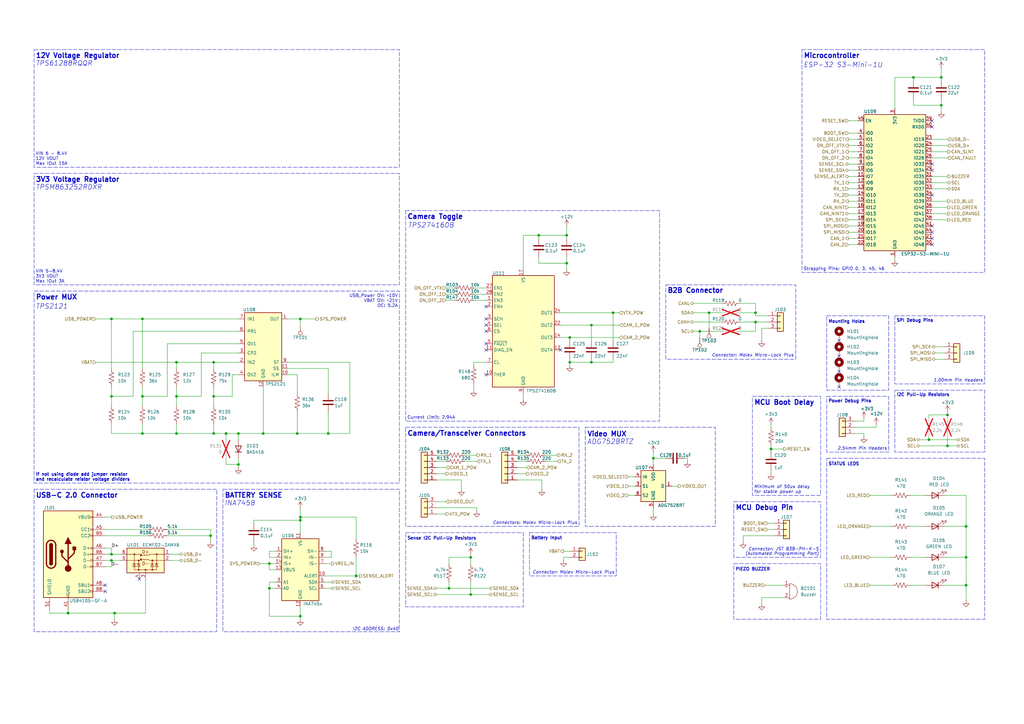
<source format=kicad_sch>
(kicad_sch (version 20250114) (generator "eeschema") (generator_version "9.0")
  (paper "A3")
  (lib_symbols
    (symbol "Analog_Switch:ADG752BRT"
      (property "Reference" "U" (at -5.08 7.62 0))
      (property "Value" "ADG752BRT" (at 7.62 -7.62 0))
      (symbol "ADG752BRT_1_1"
        (pin input line (at -7.62 3.81 0) (length 2.54) (name "IN") (number "4"))
        (pin bidirectional line (at -7.62 0 0) (length 2.54) (name "S1") (number "3"))
        (pin bidirectional line (at -7.62 -3.81 0) (length 2.54) (name "S2") (number "6"))
        (pin power_in line (at 0 8.89 270) (length 2.54) (name "VDD") (number "2"))
        (pin power_in line (at 0 -8.89 90) (length 2.54) (name "GND") (number "5"))
        (pin bidirectional line (at 7.62 0 180) (length 2.54) (name "D") (number "1"))
      )
    )
    (symbol "Connector:TestPoint" (pin_numbers (hide yes)) (pin_names (offset 0.762) (hide yes))
      (property "Reference" "TP" (at 0 6.858 0))
      (property "Value" "TestPoint" (at 0 5.08 0))
      (symbol "TestPoint_1_1"
        (pin passive line (at 0 0 90) (length 2.54) (name "1") (number "1"))
      )
    )
    (symbol "Connector:USB_C_Receptacle_USB2.0" (pin_names (offset 1.016))
      (property "Reference" "J1" (at 0 21.59 0))
      (property "Value" "USB_C_Receptacle_USB2.0" (at 0 19.05 0))
      (symbol "USB_C_Receptacle_USB2.0_1_1"
        (pin passive line (at -7.62 -22.86 90) (length 5.08) (name "SHIELD") (number "S1"))
        (pin passive line (at 0 -22.86 90) (length 5.08) (name "GND") (number "A1"))
        (pin passive line (at 0 -22.86 90) (length 5.08) (hide yes) (name "GND") (number "A12"))
        (pin passive line (at 0 -22.86 90) (length 5.08) (hide yes) (name "GND") (number "B1"))
        (pin passive line (at 0 -22.86 90) (length 5.08) (hide yes) (name "GND") (number "B12"))
        (pin passive line (at 15.24 15.24 180) (length 5.08) (name "VBUS") (number "A4"))
        (pin passive line (at 15.24 15.24 180) (length 5.08) (hide yes) (name "VBUS") (number "A9"))
        (pin passive line (at 15.24 15.24 180) (length 5.08) (hide yes) (name "VBUS") (number "B4"))
        (pin passive line (at 15.24 15.24 180) (length 5.08) (hide yes) (name "VBUS") (number "B9"))
        (pin bidirectional line (at 15.24 10.16 180) (length 5.08) (name "CC1") (number "A5"))
        (pin bidirectional line (at 15.24 7.62 180) (length 5.08) (name "CC2") (number "B5"))
        (pin bidirectional line (at 15.24 2.54 180) (length 5.08) (name "D+") (number "A6"))
        (pin bidirectional line (at 15.24 0 180) (length 5.08) (name "D+") (number "B6"))
        (pin bidirectional line (at 15.24 -2.54 180) (length 5.08) (name "D-") (number "A7"))
        (pin bidirectional line (at 15.24 -5.08 180) (length 5.08) (name "D-") (number "B7"))
        (pin bidirectional line (at 15.24 -12.7 180) (length 5.08) (name "SBU1") (number "A8"))
        (pin bidirectional line (at 15.24 -15.24 180) (length 5.08) (name "SBU2") (number "B8"))
      )
    )
    (symbol "Connector_Generic:Conn_01x02" (pin_names (offset 1.016) (hide yes))
      (property "Reference" "J" (at 0 2.54 0))
      (property "Value" "Conn_01x02" (at 0 -5.08 0))
      (symbol "Conn_01x02_1_1"
        (pin passive line (at -5.08 0 0) (length 3.81) (name "Pin_1") (number "1"))
        (pin passive line (at -5.08 -2.54 0) (length 3.81) (name "Pin_2") (number "2"))
      )
    )
    (symbol "Connector_Generic:Conn_01x03" (pin_names (offset 1.016) (hide yes))
      (property "Reference" "J" (at 0 5.08 0))
      (property "Value" "Conn_01x03" (at 0 -5.08 0))
      (symbol "Conn_01x03_1_1"
        (pin passive line (at -5.08 2.54 0) (length 3.81) (name "Pin_1") (number "1"))
        (pin passive line (at -5.08 0 0) (length 3.81) (name "Pin_2") (number "2"))
        (pin passive line (at -5.08 -2.54 0) (length 3.81) (name "Pin_3") (number "3"))
      )
    )
    (symbol "Connector_Generic:Conn_01x05" (pin_names (offset 1.016) (hide yes))
      (property "Reference" "J" (at 0 7.62 0))
      (property "Value" "Conn_01x05" (at 0 -7.62 0))
      (symbol "Conn_01x05_1_1"
        (pin passive line (at -5.08 5.08 0) (length 3.81) (name "Pin_1") (number "1"))
        (pin passive line (at -5.08 2.54 0) (length 3.81) (name "Pin_2") (number "2"))
        (pin passive line (at -5.08 0 0) (length 3.81) (name "Pin_3") (number "3"))
        (pin passive line (at -5.08 -2.54 0) (length 3.81) (name "Pin_4") (number "4"))
        (pin passive line (at -5.08 -5.08 0) (length 3.81) (name "Pin_5") (number "5"))
      )
    )
    (symbol "Device:Buzzer" (pin_names (offset 0.0254) (hide yes))
      (property "Reference" "BZ" (at 3.81 1.27 0))
      (property "Value" "Buzzer" (at 3.81 -1.27 0))
      (symbol "Buzzer_1_1"
        (pin passive line (at -2.54 2.54 0) (length 2.54) (name "-") (number "1"))
        (pin passive line (at -2.54 -2.54 0) (length 2.54) (name "+") (number "2"))
      )
    )
    (symbol "Device:C" (pin_numbers (hide yes)) (pin_names (offset 0.254))
      (property "Reference" "C" (at 0.635 2.54 0))
      (property "Value" "C" (at 0.635 -2.54 0))
      (symbol "C_1_1"
        (pin passive line (at 0 3.81 270) (length 2.794) (name "~") (number "1"))
        (pin passive line (at 0 -3.81 90) (length 2.794) (name "~") (number "2"))
      )
    )
    (symbol "Device:D" (pin_numbers (hide yes)) (pin_names (offset 1.016) (hide yes))
      (property "Reference" "D" (at 0 2.54 0))
      (property "Value" "D" (at 0 -2.54 0))
      (symbol "D_1_1"
        (pin passive line (at -3.81 0 0) (length 2.54) (name "K") (number "1"))
        (pin passive line (at 3.81 0 180) (length 2.54) (name "A") (number "2"))
      )
    )
    (symbol "Device:LED" (pin_numbers (hide yes)) (pin_names (offset 1.016) (hide yes))
      (property "Reference" "D" (at 0 2.54 0))
      (property "Value" "LED" (at 0 -2.54 0))
      (symbol "LED_1_1"
        (pin passive line (at -3.81 0 0) (length 2.54) (name "K") (number "1"))
        (pin passive line (at 3.81 0 180) (length 2.54) (name "A") (number "2"))
      )
    )
    (symbol "Device:R_US" (pin_numbers (hide yes)) (pin_names (offset 0))
      (property "Reference" "R" (at 2.54 0 90))
      (property "Value" "R_US" (at -2.54 0 90))
      (symbol "R_US_1_1"
        (pin passive line (at 0 3.81 270) (length 1.27) (name "~") (number "1"))
        (pin passive line (at 0 -3.81 90) (length 1.27) (name "~") (number "2"))
      )
    )
    (symbol "GND_1" (power) (pin_numbers (hide yes)) (pin_names (offset 0) (hide yes))
      (property "Value" "GND" (at 0 -3.81 0))
      (symbol "GND_1_1_1"
        (pin power_in line (at 0 0 270) (length 0) (name "~") (number "1"))
      )
    )
    (symbol "GND_10" (power) (pin_numbers (hide yes)) (pin_names (offset 0) (hide yes))
      (property "Value" "GND" (at 0 -3.81 0))
      (symbol "GND_10_1_1"
        (pin power_in line (at 0 0 270) (length 0) (name "~") (number "1"))
      )
    )
    (symbol "GND_11" (power) (pin_numbers (hide yes)) (pin_names (offset 0) (hide yes))
      (property "Value" "GND" (at 0 -3.81 0))
      (symbol "GND_11_1_1"
        (pin power_in line (at 0 0 270) (length 0) (name "~") (number "1"))
      )
    )
    (symbol "GND_12" (power) (pin_numbers (hide yes)) (pin_names (offset 0) (hide yes))
      (property "Value" "GND" (at 0 -3.81 0))
      (symbol "GND_12_1_1"
        (pin power_in line (at 0 0 270) (length 0) (name "~") (number "1"))
      )
    )
    (symbol "GND_2" (power) (pin_numbers (hide yes)) (pin_names (offset 0) (hide yes))
      (property "Value" "GND" (at 0 -3.81 0))
      (symbol "GND_2_1_1"
        (pin power_in line (at 0 0 270) (length 0) (name "~") (number "1"))
      )
    )
    (symbol "GND_5" (power) (pin_numbers (hide yes)) (pin_names (offset 0) (hide yes))
      (property "Value" "GND" (at 0 -3.81 0))
      (symbol "GND_5_1_1"
        (pin power_in line (at 0 0 270) (length 0) (name "~") (number "1"))
      )
    )
    (symbol "GND_6" (power) (pin_numbers (hide yes)) (pin_names (offset 0) (hide yes))
      (property "Value" "GND" (at 0 -3.81 0))
      (symbol "GND_6_1_1"
        (pin power_in line (at 0 0 270) (length 0) (name "~") (number "1"))
      )
    )
    (symbol "GND_7" (power) (pin_numbers (hide yes)) (pin_names (offset 0) (hide yes))
      (property "Value" "GND" (at 0 -3.81 0))
      (symbol "GND_7_1_1"
        (pin power_in line (at 0 0 270) (length 0) (name "~") (number "1"))
      )
    )
    (symbol "GND_8" (power) (pin_numbers (hide yes)) (pin_names (offset 0) (hide yes))
      (property "Value" "GND" (at 0 -3.81 0))
      (symbol "GND_8_1_1"
        (pin power_in line (at 0 0 270) (length 0) (name "~") (number "1"))
      )
    )
    (symbol "GND_9" (power) (pin_numbers (hide yes)) (pin_names (offset 0) (hide yes))
      (property "Value" "GND" (at 0 -3.81 0))
      (symbol "GND_9_1_1"
        (pin power_in line (at 0 0 270) (length 0) (name "~") (number "1"))
      )
    )
    (symbol "INA745x_1"
      (property "Reference" "U" (at -7.112 13.97 0))
      (property "Value" "INA745x" (at 5.08 -13.97 0))
      (symbol "INA745x_1_1_1"
        (pin output line (at -10.16 7.62 0) (length 2.54) (name "SH+") (number "1"))
        (pin input line (at -10.16 5.08 0) (length 2.54) (name "IN+") (number "2"))
        (pin input line (at -10.16 2.54 0) (length 2.54) (name "IS+") (number "14"))
        (pin input line (at -10.16 0 0) (length 2.54) (name "VBUS") (number "13"))
        (pin input line (at -10.16 -5.08 0) (length 2.54) (name "A1") (number "3"))
        (pin input line (at -10.16 -7.62 0) (length 2.54) (name "A0") (number "4"))
        (pin power_in line (at 0 15.24 270) (length 2.54) (name "VS") (number "11"))
        (pin power_out line (at 0 -15.24 90) (length 2.54) (name "GND") (number "12"))
        (pin output line (at 10.16 7.62 180) (length 2.54) (name "SH-") (number "8"))
        (pin input line (at 10.16 5.08 180) (length 2.54) (name "IN-") (number "9"))
        (pin input line (at 10.16 2.54 180) (length 2.54) (name "IS-") (number "7"))
        (pin output line (at 10.16 -2.54 180) (length 2.54) (name "ALERT") (number "10"))
        (pin bidirectional line (at 10.16 -5.08 180) (length 2.54) (name "SDA") (number "5"))
        (pin input line (at 10.16 -7.62 180) (length 2.54) (name "SCL") (number "6"))
      )
    )
    (symbol "MCU_ESP32:ESP32-P4"
      (property "Reference" "U" (at -54.61 43.688 0))
      (symbol "ESP32-P4_1_0"
        (pin bidirectional line (at -57.15 8.89 0) (length 2.54) (name "GPIO9/ADC") (number "10"))
        (pin bidirectional line (at -57.15 6.35 0) (length 2.54) (name "GPIO10/ADC") (number "11"))
        (pin bidirectional line (at -57.15 3.81 0) (length 2.54) (name "GPIO11/ADC") (number "12"))
        (pin bidirectional line (at -57.15 1.27 0) (length 2.54) (name "GPIO12/ADC") (number "13"))
        (pin bidirectional line (at -57.15 -1.27 0) (length 2.54) (name "GPIO13/ADC") (number "14"))
        (pin bidirectional line (at -57.15 -3.81 0) (length 2.54) (name "GPIO14/ADC") (number "15"))
        (pin bidirectional line (at -57.15 -6.35 0) (length 2.54) (name "GPIO15/ADC") (number "16"))
        (pin bidirectional line (at -57.15 -8.89 0) (length 2.54) (name "GPIO16/ADC") (number "17"))
        (pin bidirectional line (at -57.15 -11.43 0) (length 2.54) (name "GPIO17/ADC") (number "18"))
        (pin bidirectional line (at -57.15 -13.97 0) (length 2.54) (name "GPIO18/ADC") (number "19"))
        (pin bidirectional line (at -57.15 -16.51 0) (length 2.54) (name "GPIO19/ADC") (number "20"))
        (pin power_in line (at -57.15 -19.05 0) (length 2.54) (name "VDDPST_2") (number "21"))
        (pin bidirectional line (at -57.15 -21.59 0) (length 2.54) (name "GPIO20/ADC") (number "22"))
        (pin bidirectional line (at -57.15 -24.13 0) (length 2.54) (name "GPIO21/ADC") (number "23"))
        (pin bidirectional line (at -57.15 -26.67 0) (length 2.54) (name "GPIO22/ADC") (number "24"))
        (pin bidirectional line (at -57.15 -29.21 0) (length 2.54) (name "GPIO23/ADC") (number "25"))
        (pin power_in line (at -57.15 -31.75 0) (length 2.54) (name "VDD_HP_0") (number "26"))
        (pin bidirectional line (at -31.75 44.45 270) (length 2.54) (name "GPIO0/ADC") (number "104"))
        (pin bidirectional line (at -31.75 -44.45 90) (length 2.54) (name "FLASH_CS") (number "27"))
        (pin input line (at -29.21 44.45 270) (length 2.54) (name "CHIP_PU") (number "103"))
        (pin bidirectional line (at -29.21 -44.45 90) (length 2.54) (name "FLASH_Q") (number "28"))
        (pin bidirectional line (at -26.67 44.45 270) (length 2.54) (name "VBAT") (number "102"))
        (pin bidirectional line (at -26.67 -44.45 90) (length 2.54) (name "FLASH_WP") (number "29"))
        (pin bidirectional line (at -24.13 44.45 270) (length 2.54) (name "VDDA") (number "101"))
        (pin power_in line (at -24.13 -44.45 90) (length 2.54) (name "VDDPST_3") (number "30"))
        (pin bidirectional line (at -21.59 44.45 270) (length 2.54) (name "XTAL_P") (number "100"))
        (pin bidirectional line (at -21.59 -44.45 90) (length 2.54) (name "FLASH_HOLD") (number "31"))
        (pin bidirectional line (at -19.05 44.45 270) (length 2.54) (name "XTAL_N") (number "99"))
        (pin bidirectional line (at -19.05 -44.45 90) (length 2.54) (name "FLASH_CK") (number "32"))
        (pin bidirectional line (at -16.51 44.45 270) (length 2.54) (name "GPIO54/ADC") (number "98"))
        (pin bidirectional line (at -16.51 -44.45 90) (length 2.54) (name "FLASH_D") (number "33"))
        (pin bidirectional line (at -13.97 44.45 270) (length 2.54) (name "GPIO53/ADC") (number "97"))
        (pin bidirectional line (at -13.97 -44.45 90) (length 2.54) (name "DSI_REXT") (number "34"))
        (pin power_in line (at -11.43 44.45 270) (length 2.54) (name "VDDPST_6") (number "96"))
        (pin bidirectional line (at -11.43 -44.45 90) (length 2.54) (name "DSI_DATAP1") (number "35"))
        (pin bidirectional line (at -8.89 44.45 270) (length 2.54) (name "GPIO52/ADC") (number "95"))
        (pin bidirectional line (at -8.89 -44.45 90) (length 2.54) (name "DSI_DATAN1") (number "36"))
        (pin bidirectional line (at -6.35 44.45 270) (length 2.54) (name "GPIO51/ADC") (number "94"))
        (pin bidirectional line (at -6.35 -44.45 90) (length 2.54) (name "DSI_CLKN") (number "37"))
        (pin bidirectional line (at -3.81 44.45 270) (length 2.54) (name "GPIO50/ADC") (number "93"))
        (pin bidirectional line (at -3.81 -44.45 90) (length 2.54) (name "DSI_CLKP") (number "38"))
        (pin bidirectional line (at -1.27 44.45 270) (length 2.54) (name "GPIO49/ADC") (number "92"))
        (pin bidirectional line (at -1.27 -44.45 90) (length 2.54) (name "DSI_DATAP0") (number "39"))
        (pin power_in line (at 1.27 44.45 270) (length 2.54) (name "VDD_HP_3") (number "91"))
        (pin bidirectional line (at 1.27 -44.45 90) (length 2.54) (name "DSI_DATAN0") (number "40"))
        (pin bidirectional line (at 3.81 44.45 270) (length 2.54) (name "GPIO48") (number "90"))
        (pin power_in line (at 3.81 -44.45 90) (length 2.54) (name "VDD_MIPI_DPHY") (number "41"))
        (pin bidirectional line (at 6.35 44.45 270) (length 2.54) (name "GPIO47") (number "89"))
        (pin bidirectional line (at 6.35 -44.45 90) (length 2.54) (name "CSI_DATAN0") (number "42"))
        (pin bidirectional line (at 8.89 44.45 270) (length 2.54) (name "GPIO46") (number "88"))
        (pin bidirectional line (at 8.89 -44.45 90) (length 2.54) (name "CSI_DATAP0") (number "43"))
        (pin bidirectional line (at 11.43 44.45 270) (length 2.54) (name "GPIO45") (number "87"))
        (pin bidirectional line (at 11.43 -44.45 90) (length 2.54) (name "CSI_CLKP") (number "44"))
        (pin bidirectional line (at 13.97 44.45 270) (length 2.54) (name "GPIO44") (number "86"))
        (pin bidirectional line (at 13.97 -44.45 90) (length 2.54) (name "CSI_CLKN") (number "45"))
        (pin power_in line (at 16.51 44.45 270) (length 2.54) (name "VDDPST_5") (number "85"))
        (pin bidirectional line (at 16.51 -44.45 90) (length 2.54) (name "CSI_DATAN1") (number "46"))
        (pin bidirectional line (at 19.05 44.45 270) (length 2.54) (name "GPIO43") (number "84"))
        (pin bidirectional line (at 19.05 -44.45 90) (length 2.54) (name "CSI_DATAP1") (number "47"))
        (pin bidirectional line (at 21.59 44.45 270) (length 2.54) (name "GPIO42") (number "83"))
        (pin bidirectional line (at 21.59 -44.45 90) (length 2.54) (name "CSI_REXT") (number "48"))
        (pin bidirectional line (at 24.13 44.45 270) (length 2.54) (name "GPIO41") (number "82"))
        (pin bidirectional line (at 24.13 -44.45 90) (length 2.54) (name "USB-DM") (number "49"))
        (pin bidirectional line (at 26.67 44.45 270) (length 2.54) (name "GPIO40") (number "81"))
        (pin bidirectional line (at 26.67 -44.45 90) (length 2.54) (name "USB-DP") (number "50"))
        (pin bidirectional line (at 29.21 44.45 270) (length 2.54) (name "GPIO39") (number "80"))
        (pin power_in line (at 29.21 -44.45 90) (length 2.54) (name "VCCA") (number "51"))
        (pin output line (at 31.75 44.45 270) (length 2.54) (name "EN_DCDC") (number "79"))
        (pin bidirectional line (at 31.75 -44.45 90) (length 2.54) (name "GPIO24/ADC/USB") (number "52"))
        (pin power_in line (at 45.72 -44.45 90) (length 2.54) (name "GND") (number "105"))
        (pin bidirectional line (at 59.69 33.02 180) (length 2.54) (name "FB_DCDC") (number "78"))
        (pin power_in line (at 59.69 30.48 180) (length 2.54) (name "VDDPST_DCDC") (number "77"))
        (pin power_in line (at 59.69 27.94 180) (length 2.54) (name "VDD_HP_2") (number "76"))
        (pin power_in line (at 59.69 25.4 180) (length 2.54) (name "VDDPST_LDO") (number "75"))
        (pin power_in line (at 59.69 22.86 180) (length 2.54) (name "VFB/VO4") (number "74"))
        (pin power_in line (at 59.69 20.32 180) (length 2.54) (name "VFB/VO3") (number "73"))
        (pin power_in line (at 59.69 17.78 180) (length 2.54) (name "VFB/VO2") (number "72"))
        (pin power_in line (at 59.69 15.24 180) (length 2.54) (name "VFB/VO1") (number "71"))
        (pin bidirectional line (at 59.69 12.7 180) (length 2.54) (name "GPIO38") (number "70"))
        (pin bidirectional line (at 59.69 10.16 180) (length 2.54) (name "GPIO37") (number "69"))
        (pin bidirectional line (at 59.69 7.62 180) (length 2.54) (name "GPIO36") (number "68"))
        (pin power_in line (at 59.69 5.08 180) (length 2.54) (name "VDDPST") (number "67"))
        (pin bidirectional line (at 59.69 2.54 180) (length 2.54) (name "GPIO35") (number "66"))
        (pin bidirectional line (at 59.69 0 180) (length 2.54) (name "GPIO34") (number "65"))
        (pin bidirectional line (at 59.69 -2.54 180) (length 2.54) (name "GPIO33") (number "64"))
        (pin bidirectional line (at 59.69 -5.08 180) (length 2.54) (name "GPIO32") (number "63"))
        (pin power_in line (at 59.69 -7.62 180) (length 2.54) (name "VDDPST_4") (number "62"))
        (pin bidirectional line (at 59.69 -10.16 180) (length 2.54) (name "GPIO31") (number "61"))
        (pin bidirectional line (at 59.69 -12.7 180) (length 2.54) (name "GPIO30") (number "60"))
        (pin power_in line (at 59.69 -15.24 180) (length 2.54) (name "VDDPST") (number "59"))
        (pin bidirectional line (at 59.69 -17.78 180) (length 2.54) (name "GPIO29") (number "58"))
        (pin bidirectional line (at 59.69 -20.32 180) (length 2.54) (name "GPIO28") (number "57"))
        (pin bidirectional line (at 59.69 -22.86 180) (length 2.54) (name "GPIO27/ADC/USB") (number "56"))
        (pin bidirectional line (at 59.69 -25.4 180) (length 2.54) (name "GPIO26/ADC/USB") (number "55"))
        (pin no_connect line (at 59.69 -27.94 180) (length 2.54) (name "NC") (number "54"))
        (pin bidirectional line (at 59.69 -30.48 180) (length 2.54) (name "GPIO25/ADC/USB") (number "53"))
      )
      (symbol "ESP32-P4_1_1"
        (text "ESP32-P4" (at 0 0 0) (effects (font (size 2.54 2.54))))
        (text "MIPI DSI/CSI" (at 3.556 -24.384 0) (effects (font (size 1.27 1.27))))
        (pin bidirectional line (at -57.15 31.75 0) (length 2.54) (name "GPIO1/ADC") (number "1"))
        (pin bidirectional line (at -57.15 29.21 0) (length 2.54) (name "GPIO2/ADC") (number "2"))
        (pin bidirectional line (at -57.15 26.67 0) (length 2.54) (name "GPIO3/ADC") (number "3"))
        (pin bidirectional line (at -57.15 24.13 0) (length 2.54) (name "GPIO4/ADC") (number "4"))
        (pin bidirectional line (at -57.15 21.59 0) (length 2.54) (name "GPIO5/ADC") (number "5"))
        (pin bidirectional line (at -57.15 19.05 0) (length 2.54) (name "GPIO6/ADC") (number "6"))
        (pin bidirectional line (at -57.15 16.51 0) (length 2.54) (name "GPIO7/ADC") (number "7"))
        (pin bidirectional line (at -57.15 13.97 0) (length 2.54) (name "GPIO8/ADC") (number "8"))
        (pin power_in line (at -57.15 11.43 0) (length 2.54) (name "VDDPST_1") (number "9"))
      )
    )
    (symbol "Mechanical:MountingHole_Pad" (pin_numbers (hide yes)) (pin_names (offset 1.016) (hide yes))
      (property "Reference" "H" (at 0 6.35 0))
      (property "Value" "MountingHole_Pad" (at 0 4.445 0))
      (symbol "MountingHole_Pad_1_1"
        (pin input line (at 0 -2.54 90) (length 2.54) (name "1") (number "1"))
      )
    )
    (symbol "Power_MUX:TPS2121" (pin_names (offset 1.016))
      (property "Reference" "U4" (at -6.35 16.51 0))
      (property "Value" "TPS2121" (at 5.08 -16.51 0))
      (symbol "TPS2121_0_0"
        (pin power_in line (at -10.16 12.7 0) (length 2.54) (name "IN1") (number "7"))
        (pin input line (at -10.16 7.62 0) (length 2.54) (name "PR1") (number "6"))
        (pin input line (at -10.16 2.54 0) (length 2.54) (name "OV1") (number "5"))
        (pin input line (at -10.16 -1.27 0) (length 2.54) (name "CP2") (number "3"))
        (pin power_in line (at -10.16 -5.08 0) (length 2.54) (name "IN2") (number "2"))
        (pin input line (at -10.16 -10.16 0) (length 2.54) (name "OV2") (number "4"))
        (pin power_in line (at 0 -15.24 90) (length 2.54) (name "GND") (number "12"))
        (pin output line (at 10.16 -5.08 180) (length 2.54) (name "ST") (number "9"))
        (pin output line (at 10.16 -7.62 180) (length 2.54) (name "SS") (number "11"))
        (pin output line (at 10.16 -10.16 180) (length 2.54) (name "ILM") (number "10"))
      )
      (symbol "TPS2121_1_0"
        (pin power_out line (at 10.16 12.7 180) (length 2.54) (name "OUT") (number "1"))
        (pin power_out line (at 10.16 12.7 180) (length 2.54) (hide yes) (name "OUT") (number "8"))
      )
    )
    (symbol "Power_Protection:ECMF02-2AMX6" (pin_names (offset 0.0254) (hide yes))
      (property "Reference" "U" (at 0 10.16 0))
      (property "Value" "ECMF02-2AMX6" (at 0 7.62 0))
      (symbol "ECMF02-2AMX6_0_1"
        (text "D+" (at 0 3.556 0) (effects (font (size 1.27 1.27))))
        (text "D-" (at 0 -1.27 0) (effects (font (size 1.27 1.27))))
      )
      (symbol "ECMF02-2AMX6_1_1"
        (pin passive line (at -10.16 2.54 0) (length 2.54) (name "D+_in") (number "1"))
        (pin passive line (at -10.16 0 0) (length 2.54) (name "D-_in") (number "2"))
        (pin power_in line (at 0 -7.62 90) (length 2.54) (name "GND") (number "3"))
        (pin free line (at 2.54 -7.62 90) (length 2.54) (name "NC") (number "4"))
        (pin passive line (at 10.16 2.54 180) (length 2.54) (name "D+_out") (number "6"))
        (pin passive line (at 10.16 0 180) (length 2.54) (name "D-_out") (number "5"))
      )
    )
    (symbol "Power_Switch_Texas:TPS274160B"
      (property "Reference" "U" (at -12.7 24.13 0))
      (property "Value" "TPS274160B" (at 7.62 -24.13 0))
      (symbol "TPS274160B_1_1"
        (pin input line (at -15.24 17.78 0) (length 2.54) (name "EN1") (number "27"))
        (pin input line (at -15.24 15.24 0) (length 2.54) (name "EN2") (number "28"))
        (pin input line (at -15.24 12.7 0) (length 2.54) (name "EN3") (number "1"))
        (pin input line (at -15.24 10.16 0) (length 2.54) (name "EN4") (number "2"))
        (pin input line (at -15.24 5.08 0) (length 2.54) (name "SEH") (number "3"))
        (pin input line (at -15.24 2.54 0) (length 2.54) (name "SEL") (number "4"))
        (pin output line (at -15.24 0 0) (length 2.54) (name "CS") (number "6"))
        (pin output line (at -15.24 -5.08 0) (length 2.54) (name "~{FAULT}") (number "5"))
        (pin input line (at -15.24 -7.62 0) (length 2.54) (name "DIAG_EN") (number "11"))
        (pin output line (at -15.24 -12.7 0) (length 2.54) (name "CL") (number "7"))
        (pin input line (at -15.24 -17.78 0) (length 2.54) (name "THER") (number "10"))
        (pin power_in line (at 0 25.4 270) (length 2.54) (name "VS") (number "17"))
        (pin passive line (at 0 25.4 270) (length 2.54) (hide yes) (name "VS") (number "18"))
        (pin passive line (at 0 25.4 270) (length 2.54) (hide yes) (name "VS") (number "19"))
        (pin passive line (at 0 25.4 270) (length 2.54) (hide yes) (name "VS") (number "20"))
        (pin passive line (at 0 -25.4 90) (length 2.54) (hide yes) (name "GND") (number "26"))
        (pin passive line (at 0 -25.4 90) (length 2.54) (hide yes) (name "PowerPAD") (number "29"))
        (pin power_in line (at 0 -25.4 90) (length 2.54) (name "GND") (number "9"))
        (pin output line (at 15.24 7.62 180) (length 2.54) (name "OUT1") (number "24"))
        (pin passive line (at 15.24 7.62 180) (length 2.54) (hide yes) (name "OUT1") (number "25"))
        (pin output line (at 15.24 2.54 180) (length 2.54) (name "OUT2") (number "22"))
        (pin passive line (at 15.24 2.54 180) (length 2.54) (hide yes) (name "OUT2") (number "23"))
        (pin output line (at 15.24 -2.54 180) (length 2.54) (name "OUT3") (number "14"))
        (pin passive line (at 15.24 -2.54 180) (length 2.54) (hide yes) (name "OUT3") (number "15"))
        (pin output line (at 15.24 -7.62 180) (length 2.54) (name "OUT4") (number "12"))
        (pin passive line (at 15.24 -7.62 180) (length 2.54) (hide yes) (name "OUT4") (number "13"))
        (pin no_connect line (at 15.24 -15.24 180) (length 2.54) (hide yes) (name "NC") (number "16"))
        (pin no_connect line (at 15.24 -15.24 180) (length 2.54) (hide yes) (name "NC") (number "21"))
        (pin no_connect line (at 15.24 -15.24 180) (length 2.54) (hide yes) (name "NC") (number "8"))
      )
    )
    (symbol "RF_Module:ESP32-S3-MINI-1U"
      (property "Reference" "U" (at -11.43 29.21 0))
      (property "Value" "ESP32-S3-MINI-1U" (at 12.7 29.21 0))
      (symbol "ESP32-S3-MINI-1U_1_1"
        (pin input line (at -15.24 25.4 0) (length 2.54) (name "EN") (number "45"))
        (pin bidirectional line (at -15.24 20.32 0) (length 2.54) (name "IO0") (number "4"))
        (pin bidirectional line (at -15.24 17.78 0) (length 2.54) (name "IO1") (number "5"))
        (pin bidirectional line (at -15.24 15.24 0) (length 2.54) (name "IO2") (number "6"))
        (pin bidirectional line (at -15.24 12.7 0) (length 2.54) (name "IO3") (number "7"))
        (pin bidirectional line (at -15.24 10.16 0) (length 2.54) (name "IO4") (number "8"))
        (pin bidirectional line (at -15.24 7.62 0) (length 2.54) (name "IO5") (number "9"))
        (pin bidirectional line (at -15.24 5.08 0) (length 2.54) (name "IO6") (number "10"))
        (pin bidirectional line (at -15.24 2.54 0) (length 2.54) (name "IO7") (number "11"))
        (pin bidirectional line (at -15.24 0 0) (length 2.54) (name "IO8") (number "12"))
        (pin bidirectional line (at -15.24 -2.54 0) (length 2.54) (name "IO9") (number "13"))
        (pin bidirectional line (at -15.24 -5.08 0) (length 2.54) (name "IO10") (number "14"))
        (pin bidirectional line (at -15.24 -7.62 0) (length 2.54) (name "IO11") (number "15"))
        (pin bidirectional line (at -15.24 -10.16 0) (length 2.54) (name "IO12") (number "16"))
        (pin bidirectional line (at -15.24 -12.7 0) (length 2.54) (name "IO13") (number "17"))
        (pin bidirectional line (at -15.24 -15.24 0) (length 2.54) (name "IO14") (number "18"))
        (pin bidirectional line (at -15.24 -17.78 0) (length 2.54) (name "IO15") (number "19"))
        (pin bidirectional line (at -15.24 -20.32 0) (length 2.54) (name "IO16") (number "20"))
        (pin bidirectional line (at -15.24 -22.86 0) (length 2.54) (name "IO17") (number "21"))
        (pin bidirectional line (at -15.24 -25.4 0) (length 2.54) (name "IO18") (number "22"))
        (pin power_in line (at 0 30.48 270) (length 2.54) (name "3V3") (number "3"))
        (pin power_in line (at 0 -30.48 90) (length 2.54) (name "GND") (number "1"))
        (pin passive line (at 0 -30.48 90) (length 2.54) (hide yes) (name "GND") (number "2"))
        (pin passive line (at 0 -30.48 90) (length 2.54) (hide yes) (name "GND") (number "42"))
        (pin passive line (at 0 -30.48 90) (length 2.54) (hide yes) (name "GND") (number "43"))
        (pin passive line (at 0 -30.48 90) (length 2.54) (hide yes) (name "GND") (number "46"))
        (pin passive line (at 0 -30.48 90) (length 2.54) (hide yes) (name "GND") (number "47"))
        (pin passive line (at 0 -30.48 90) (length 2.54) (hide yes) (name "GND") (number "48"))
        (pin passive line (at 0 -30.48 90) (length 2.54) (hide yes) (name "GND") (number "49"))
        (pin passive line (at 0 -30.48 90) (length 2.54) (hide yes) (name "GND") (number "50"))
        (pin passive line (at 0 -30.48 90) (length 2.54) (hide yes) (name "GND") (number "51"))
        (pin passive line (at 0 -30.48 90) (length 2.54) (hide yes) (name "GND") (number "52"))
        (pin passive line (at 0 -30.48 90) (length 2.54) (hide yes) (name "GND") (number "53"))
        (pin passive line (at 0 -30.48 90) (length 2.54) (hide yes) (name "GND") (number "54"))
        (pin passive line (at 0 -30.48 90) (length 2.54) (hide yes) (name "GND") (number "55"))
        (pin passive line (at 0 -30.48 90) (length 2.54) (hide yes) (name "GND") (number "56"))
        (pin passive line (at 0 -30.48 90) (length 2.54) (hide yes) (name "GND") (number "57"))
        (pin passive line (at 0 -30.48 90) (length 2.54) (hide yes) (name "GND") (number "58"))
        (pin passive line (at 0 -30.48 90) (length 2.54) (hide yes) (name "GND") (number "59"))
        (pin passive line (at 0 -30.48 90) (length 2.54) (hide yes) (name "GND") (number "60"))
        (pin passive line (at 0 -30.48 90) (length 2.54) (hide yes) (name "GND") (number "61"))
        (pin passive line (at 0 -30.48 90) (length 2.54) (hide yes) (name "GND") (number "62"))
        (pin passive line (at 0 -30.48 90) (length 2.54) (hide yes) (name "GND") (number "63"))
        (pin passive line (at 0 -30.48 90) (length 2.54) (hide yes) (name "GND") (number "64"))
        (pin passive line (at 0 -30.48 90) (length 2.54) (hide yes) (name "GND") (number "65"))
        (pin bidirectional line (at 15.24 25.4 180) (length 2.54) (name "TXD0") (number "39"))
        (pin bidirectional line (at 15.24 22.86 180) (length 2.54) (name "RXD0") (number "40"))
        (pin bidirectional line (at 15.24 17.78 180) (length 2.54) (name "IO19") (number "23"))
        (pin bidirectional line (at 15.24 15.24 180) (length 2.54) (name "IO20") (number "24"))
        (pin bidirectional line (at 15.24 12.7 180) (length 2.54) (name "IO21") (number "25"))
        (pin bidirectional line (at 15.24 10.16 180) (length 2.54) (name "IO26") (number "26"))
        (pin bidirectional line (at 15.24 7.62 180) (length 2.54) (name "IO33") (number "28"))
        (pin bidirectional line (at 15.24 5.08 180) (length 2.54) (name "IO34") (number "29"))
        (pin bidirectional line (at 15.24 2.54 180) (length 2.54) (name "IO35") (number "31"))
        (pin bidirectional line (at 15.24 0 180) (length 2.54) (name "IO36") (number "32"))
        (pin bidirectional line (at 15.24 -2.54 180) (length 2.54) (name "IO37") (number "33"))
        (pin bidirectional line (at 15.24 -5.08 180) (length 2.54) (name "IO38") (number "34"))
        (pin bidirectional line (at 15.24 -7.62 180) (length 2.54) (name "IO39") (number "35"))
        (pin bidirectional line (at 15.24 -10.16 180) (length 2.54) (name "IO40") (number "36"))
        (pin bidirectional line (at 15.24 -12.7 180) (length 2.54) (name "IO41") (number "37"))
        (pin bidirectional line (at 15.24 -15.24 180) (length 2.54) (name "IO42") (number "38"))
        (pin bidirectional line (at 15.24 -17.78 180) (length 2.54) (name "IO45") (number "41"))
        (pin bidirectional line (at 15.24 -20.32 180) (length 2.54) (name "IO46") (number "44"))
        (pin bidirectional line (at 15.24 -22.86 180) (length 2.54) (name "IO47") (number "27"))
        (pin bidirectional line (at 15.24 -25.4 180) (length 2.54) (name "IO48") (number "30"))
      )
    )
    (symbol "TVP5151:TVP5151IPBS" (pin_names (offset 0.254))
      (property "Reference" "U" (at 29.21 -10.414 0))
      (property "Value" "TVP5151IPBS" (at 29.21 -13.716 0))
      (symbol "TVP5151IPBS_0_1"
        (pin output line (at 0 0 0) (length 7.62) (name "SCLK") (number "9"))
        (pin input line (at 0 -3.81 0) (length 7.62) (name "AIP1A") (number "1"))
        (pin input line (at 0 -6.35 0) (length 7.62) (name "AIP1B") (number "2"))
        (pin bidirectional line (at 0 -8.89 0) (length 7.62) (name "XTAL1/OSC") (number "5"))
        (pin bidirectional line (at 0 -11.43 0) (length 7.62) (name "XTAL2") (number "6"))
        (pin input line (at 0 -19.05 0) (length 7.62) (name "RESETB") (number "8"))
        (pin output line (at 0 -25.4 0) (length 7.62) (name "HSYNC") (number "25"))
        (pin bidirectional line (at 0 -27.94 0) (length 7.62) (name "AVID/CLK_IN") (number "26"))
        (pin bidirectional line (at 0 -30.48 0) (length 7.62) (name "INTREQ/GPCL/VBLK") (number "27"))
        (pin input line (at 0 -33.02 0) (length 7.62) (name "PDN") (number "28"))
        (pin input line (at 0 -35.56 0) (length 7.62) (name "REFP") (number "29"))
        (pin input line (at 0 -38.1 0) (length 7.62) (name "REFM") (number "30"))
        (pin input line (at 24.13 -50.8 90) (length 7.62) (name "AGND") (number "7"))
        (pin input line (at 26.67 12.7 270) (length 7.62) (name "IO_DVDD") (number "10"))
        (pin input line (at 27.94 -50.8 90) (length 7.62) (name "CH_AGND") (number "31"))
        (pin input line (at 30.48 12.7 270) (length 7.62) (name "DVDD") (number "20"))
        (pin input line (at 31.75 -50.8 90) (length 7.62) (name "PLL_AGND") (number "3"))
        (pin input line (at 34.29 12.7 270) (length 7.62) (name "PLL_AVDD") (number "4"))
        (pin input line (at 35.56 -50.8 90) (length 7.62) (name "DGND") (number "19"))
        (pin input line (at 38.1 12.7 270) (length 7.62) (name "CH_AVDD") (number "32"))
        (pin bidirectional line (at 54.61 -2.54 180) (length 7.62) (name "YOUT0") (number "18"))
        (pin bidirectional line (at 54.61 -5.08 180) (length 7.62) (name "YOUT1") (number "17"))
        (pin bidirectional line (at 54.61 -7.62 180) (length 7.62) (name "YOUT2") (number "16"))
        (pin bidirectional line (at 54.61 -10.16 180) (length 7.62) (name "YOUT3") (number "15"))
        (pin bidirectional line (at 54.61 -12.7 180) (length 7.62) (name "YOUT4") (number "14"))
        (pin bidirectional line (at 54.61 -15.24 180) (length 7.62) (name "YOUT5") (number "13"))
        (pin bidirectional line (at 54.61 -17.78 180) (length 7.62) (name "YOUT6") (number "12"))
        (pin bidirectional line (at 54.61 -20.32 180) (length 7.62) (name "YOUT7/I2CSEL") (number "11"))
        (pin output line (at 54.61 -25.4 180) (length 7.62) (name "VSYNC/PALI") (number "24"))
        (pin output line (at 54.61 -27.94 180) (length 7.62) (name "FID/GLCO") (number "23"))
        (pin bidirectional line (at 54.61 -30.48 180) (length 7.62) (name "SDA") (number "22"))
        (pin bidirectional line (at 54.61 -33.02 180) (length 7.62) (name "SCL") (number "21"))
      )
    )
    (symbol "W25Q64JV:W25Q64JV"
      (property "Reference" "U" (at 0 3.81 0))
      (property "Value" "W25Q64JV" (at 0.254 -11.684 0))
      (symbol "W25Q64JV_1_1"
        (pin input line (at -7.62 0 0) (length 2.54) (name "CS") (number "1"))
        (pin input line (at -7.62 -2.54 0) (length 2.54) (name "DO") (number "2"))
        (pin input line (at -7.62 -5.08 0) (length 2.54) (name "WP") (number "3"))
        (pin input line (at -7.62 -7.62 0) (length 2.54) (name "GND") (number "4"))
        (pin power_in line (at 8.89 0 180) (length 2.54) (name "VCC") (number "8"))
        (pin input line (at 8.89 -2.54 180) (length 2.54) (name "RESET") (number "7"))
        (pin input line (at 8.89 -5.08 180) (length 2.54) (name "CLK") (number "6"))
        (pin input line (at 8.89 -7.62 180) (length 2.54) (name "DI") (number "5"))
      )
    )
    (symbol "power:+12V" (power) (pin_numbers (hide yes)) (pin_names (offset 0) (hide yes))
      (property "Value" "+12V" (at 0 3.556 0))
      (symbol "+12V_1_1"
        (pin power_in line (at 0 0 90) (length 0) (name "~") (number "1"))
      )
    )
    (symbol "power:+3V3" (power) (pin_names (offset 0))
      (property "Value" "+3V3" (at 0 3.556 0))
      (symbol "+3V3_1_1"
        (pin power_in line (at 0 0 90) (length 0) (hide yes) (name "+3V3") (number "1"))
      )
    )
    (symbol "power:GND" (power) (pin_names (offset 0))
      (property "Value" "GND" (at 0 -3.81 0))
      (symbol "GND_1_1"
        (pin power_in line (at 0 0 270) (length 0) (hide yes) (name "GND") (number "1"))
      )
    )
  )
  (rectangle (start 166.37 86.36) (end 270.51 172.72) (stroke (width 0) (type dash)))
  (rectangle (start 367.03 129.54) (end 403.86 157.48) (stroke (width 0) (type dash)))
  (rectangle (start 300.99 231.14) (end 336.55 254) (stroke (width 0) (type dash)))
  (rectangle (start 217.17 218.44) (end 252.73 236.22) (stroke (width 0) (type dash)))
  (rectangle (start 328.93 20.32) (end 403.86 111.76) (stroke (width 0) (type dash)))
  (rectangle (start 166.37 218.44) (end 214.63 248.92) (stroke (width 0) (type dash)))
  (rectangle (start 91.44 200.66) (end 163.83 259.08) (stroke (width 0) (type dash)))
  (rectangle (start 345.948 191.516) (end 345.948 191.516))
  (rectangle (start 166.37 175.26) (end 237.49 215.9) (stroke (width 0) (type dash)))
  (rectangle (start 13.97 119.38) (end 163.83 198.12) (stroke (width 0) (type dash)))
  (rectangle (start 367.03 160.02) (end 403.86 185.42) (stroke (width 0) (type dash)))
  (rectangle (start 404.368 254.254) (end 404.368 254.254))
  (rectangle (start 339.09 162.56) (end 364.49 185.42) (stroke (width 0) (type dash)))
  (rectangle (start 339.09 129.54) (end 364.49 160.02) (stroke (width 0) (type dash)))
  (rectangle (start 240.03 175.26) (end 293.37 215.9) (stroke (width 0) (type dash)))
  (rectangle (start 308.61 162.56) (end 336.55 203.2) (stroke (width 0) (type dash)))
  (rectangle (start 13.97 20.32) (end 163.83 68.58) (stroke (width 0) (type dash)))
  (rectangle (start 339.09 187.96) (end 403.86 254) (stroke (width 0) (type dash)))
  (rectangle (start 13.97 200.66) (end 88.9 259.08) (stroke (width 0) (type dash)))
  (rectangle (start 300.99 205.74) (end 336.55 228.6) (stroke (width 0) (type dash)))
  (rectangle (start 13.97 71.12) (end 163.83 116.84) (stroke (width 0) (type dash)))
  (rectangle (start 273.05 116.84) (end 326.39 147.32) (stroke (width 0) (type dash)))
  (text "(Automated Programming Port)" (at 335.915 227.965 0) (effects (font (size 1.27 1.27) (italic yes)) (justify right bottom)))
  (text "Microcontroller" (at 329.565 24.13 0) (effects (font (size 2 2) (thickness 0.4) (bold yes)) (justify left bottom)))
  (text "Power Debug Pins" (at 339.725 163.83 0) (effects (font (size 1.27 1.27) (thickness 0.254) (bold yes)) (justify left top)))
  (text "TPSM863252RDXR" (at 14.605 78.105 0) (effects (font (size 2 2) (italic yes)) (justify left bottom)))
  (text "PIEZO BUZZER\n" (at 301.625 234.315 0) (effects (font (size 1.27 1.27) (thickness 0.254) (bold yes)) (justify left bottom)))
  (text "SPI Debug Pins\n\n" (at 367.665 130.81 0) (effects (font (size 1.27 1.27) (thickness 0.254) (bold yes)) (justify left top)))
  (text "12V Voltage Regulator" (at 14.605 24.13 0) (effects (font (size 2 2) (thickness 0.4) (bold yes)) (justify left bottom)))
  (text "INA745B" (at 92.075 207.645 0) (effects (font (size 2 2) (italic yes)) (justify left bottom)))
  (text "2.54mm Pin Headers" (at 363.855 184.785 0) (effects (font (size 1.27 1.27) (italic yes)) (justify right bottom)))
  (text "1.00mm Pin Headers" (at 403.225 156.845 0) (effects (font (size 1.27 1.27) (italic yes)) (justify right bottom)))
  (text "TPS61288RQQR" (at 14.605 27.305 0) (effects (font (size 2 2) (italic yes)) (justify left bottom)))
  (text "Strapping Pins: GPIO 0, 3, 45, 46" (at 329.565 111.125 0) (effects (font (size 1.27 1.27)) (justify left bottom)))
  (text "B2B Connector" (at 273.685 118.11 0) (effects (font (size 2 2) (thickness 0.4) (bold yes)) (justify left top)))
  (text "Connector: Molex Micro-Lock Plus" (at 325.628 146.558 0) (effects (font (size 1.27 1.27) (italic yes)) (justify right bottom)))
  (text "I2C ADDRESS: 0x40" (at 163.576 258.826 0) (effects (font (size 1.27 1.27) (italic yes)) (justify right bottom)))
  (text "3V3 Voltage Regulator" (at 14.605 74.93 0) (effects (font (size 2 2) (thickness 0.4) (bold yes)) (justify left bottom)))
  (text "Connector: Molex Micro-Lock Plus" (at 252.095 235.585 0) (effects (font (size 1.27 1.27) (italic yes)) (justify right bottom)))
  (text "ADG752BRTZ" (at 240.792 182.499 0) (effects (font (size 2 2) (italic yes)) (justify left bottom)))
  (text "USB-C 2.0 Connector" (at 14.605 204.47 0) (effects (font (size 2 2) (thickness 0.4) (bold yes)) (justify left bottom)))
  (text "USB_Power OV: ~10V\nVBAT OV: ~21V\nOC: 5.2A" (at 163.195 120.65 0) (effects (font (size 1.27 1.27)) (justify right top)))
  (text "Current Limit: 2.94A" (at 167.005 172.085 0) (effects (font (size 1.27 1.27)) (justify left bottom)))
  (text "VIN 6 - 8.4V\n12V VOUT\nMax IOut 15A" (at 14.605 67.945 0) (effects (font (size 1.27 1.27)) (justify left bottom)))
  (text "MCU Debug Pin\n\n" (at 301.625 212.725 0) (effects (font (size 2 2) (thickness 0.4) (bold yes)) (justify left bottom)))
  (text "STATUS LEDS\n" (at 339.725 191.135 0) (effects (font (size 1.27 1.27) (thickness 0.254) (bold yes)) (justify left bottom)))
  (text "Battery Input\n\n" (at 217.805 223.52 0) (effects (font (size 1.27 1.27) (thickness 0.254) (bold yes)) (justify left bottom)))
  (text "Connector: JST B3B-PH-K-S" (at 335.915 226.06 0) (effects (font (size 1.27 1.27) (italic yes)) (justify right bottom)))
  (text "MCU Boot Delay" (at 309.245 166.37 0) (effects (font (size 2 2) (thickness 0.4) (bold yes)) (justify left bottom)))
  (text "Minimum of 50us delay\nfor stable power up\n" (at 309.245 202.565 0) (effects (font (size 1.27 1.27) (italic yes)) (justify left bottom)))
  (text "If not using diode add jumper resistor\nand recalculate reistor voltage dividers" (at 14.605 197.485 0) (effects (font (size 1.27 1.27) (bold yes)) (justify left bottom)))
  (text "I2C Pull-Up Resistors" (at 367.665 161.29 0) (effects (font (size 1.27 1.27) (thickness 0.254) (bold yes)) (justify left top)))
  (text "VIN 5-8.4V\n3V3 VOUT\nMax IOut 3A" (at 14.605 116.205 0) (effects (font (size 1.27 1.27)) (justify left bottom)))
  (text "BATTERY SENSE" (at 92.075 204.47 0) (effects (font (size 2 2) (thickness 0.4) (bold yes)) (justify left bottom)))
  (text "Camera/Transceiver Connectors" (at 167.005 179.07 0) (effects (font (size 2 2) (thickness 0.4) (bold yes)) (justify left bottom)))
  (text "Power MUX" (at 14.605 123.19 0) (effects (font (size 2 2) (thickness 0.4) (bold yes)) (justify left bottom)))
  (text "Mounting Holes" (at 339.725 132.715 0) (effects (font (size 1.27 1.27) (thickness 0.254) (bold yes)) (justify left bottom)))
  (text "Connectors: Molex Micro-Lock Plus" (at 236.855 215.265 0) (effects (font (size 1.27 1.27) (italic yes)) (justify right bottom)))
  (text "TPS2121" (at 14.605 127 0) (effects (font (size 2 2) (italic yes)) (justify left bottom)))
  (text "TPS274160B" (at 167.259 93.726 0) (effects (font (size 2 2) (italic yes)) (justify left bottom)))
  (text "Video MUX" (at 240.792 179.324 0) (effects (font (size 2 2) (thickness 0.4) (bold yes)) (justify left bottom)))
  (text "ESP-32 S3-Mini-1U\n" (at 329.565 27.94 0) (effects (font (size 2 2) (italic yes)) (justify left bottom)))
  (text "Camera Toggle" (at 167.005 90.17 0) (effects (font (size 2 2) (thickness 0.4) (bold yes)) (justify left bottom)))
  (text "Sense I2C Pull-Up Resistors" (at 167.005 221.615 0) (effects (font (size 1.27 1.27) (thickness 0.254) (bold yes)) (justify left bottom)))
  (junction (at 58.42 130.81))
  (junction (at 27.94 251.46))
  (junction (at 190.5 -15.24))
  (junction (at 110.49 231.14))
  (junction (at 34.29 -90.17))
  (junction (at 38.1 -77.47))
  (junction (at 86.36 219.71))
  (junction (at 110.49 241.3))
  (junction (at 232.41 96.52))
  (junction (at 279.4 -87.63))
  (junction (at 171.45 -124.46))
  (junction (at 92.71 177.8))
  (junction (at 381 180.34))
  (junction (at 147.32 -177.8))
  (junction (at 381 -114.3))
  (junction (at 45.72 227.33))
  (junction (at 193.04 243.84))
  (junction (at 374.65 31.75))
  (junction (at 396.24 215.9))
  (junction (at 232.41 107.95))
  (junction (at 386.08 43.18))
  (junction (at 388.62 170.18))
  (junction (at 146.05 236.22))
  (junction (at 97.79 190.5))
  (junction (at 220.98 96.52))
  (junction (at 422.91 -58.42))
  (junction (at 388.62 182.88))
  (junction (at 326.39 -60.96))
  (junction (at 314.96 -132.08))
  (junction (at 316.23 184.15))
  (junction (at 72.39 148.59))
  (junction (at 171.45 -208.28))
  (junction (at 123.19 213.36))
  (junction (at -82.55 -71.12))
  (junction (at 87.63 162.56))
  (junction (at -67.31 -86.36))
  (junction (at 29.21 -120.65))
  (junction (at 396.24 228.6))
  (junction (at 46.99 251.46))
  (junction (at 422.91 -66.04))
  (junction (at 213.36 -7.62))
  (junction (at -59.69 -86.36))
  (junction (at 311.15 -48.26))
  (junction (at 360.68 -109.22))
  (junction (at 21.59 -40.64))
  (junction (at 307.34 -69.85))
  (junction (at 251.46 128.27))
  (junction (at 213.36 -15.24))
  (junction (at 72.39 162.56))
  (junction (at 233.68 148.59))
  (junction (at 396.24 240.03))
  (junction (at 185.42 -172.72))
  (junction (at 309.88 128.27))
  (junction (at 203.2 -93.98))
  (junction (at 40.64 -120.65))
  (junction (at 373.38 -119.38))
  (junction (at 58.42 162.56))
  (junction (at 386.08 31.75))
  (junction (at 134.62 177.8))
  (junction (at 45.72 162.56))
  (junction (at 194.31 -172.72))
  (junction (at 123.19 212.09))
  (junction (at 201.93 -15.24))
  (junction (at 58.42 177.8))
  (junction (at 97.79 177.8))
  (junction (at 309.88 132.08))
  (junction (at 87.63 177.8))
  (junction (at 26.67 -77.47))
  (junction (at 45.72 130.81))
  (junction (at 209.55 -74.93))
  (junction (at 213.36 -101.6))
  (junction (at 290.83 128.27))
  (junction (at 242.57 148.59))
  (junction (at 184.15 241.3))
  (junction (at 72.39 177.8))
  (junction (at 283.21 -124.46))
  (junction (at 123.19 130.81))
  (junction (at 203.2 -74.93))
  (junction (at 45.72 229.87))
  (junction (at 304.8 -129.54))
  (junction (at 182.88 -49.53))
  (junction (at 123.19 252.73))
  (junction (at 171.45 -49.53))
  (junction (at 121.92 177.8))
  (junction (at 107.95 177.8))
  (junction (at 87.63 148.59))
  (junction (at 242.57 133.35))
  (junction (at 207.01 -172.72))
  (junction (at 287.02 135.89))
  (junction (at 224.79 -172.72))
  (junction (at 158.75 -49.53))
  (junction (at 294.64 -127))
  (junction (at 267.97 187.96))
  (junction (at 233.68 138.43))
  (junction (at 326.39 -48.26))
  (junction (at 41.91 -162.56))
  (junction (at 41.91 -184.15))
  (junction (at 193.04 228.6))
  (junction (at 312.42 -96.52))
  (junction (at 201.93 -7.62))
  (no_connect (at 382.27 67.31))
  (no_connect (at 382.27 92.71))
  (no_connect (at 199.39 125.73))
  (no_connect (at 344.17 139.7))
  (no_connect (at 344.17 158.75))
  (no_connect (at 199.39 130.81))
  (no_connect (at 199.39 143.51))
  (no_connect (at 382.27 69.85))
  (no_connect (at 382.27 100.33))
  (no_connect (at 382.27 97.79))
  (no_connect (at 229.87 143.51))
  (no_connect (at 382.27 49.53))
  (no_connect (at 57.15 237.49))
  (no_connect (at 382.27 52.07))
  (no_connect (at 199.39 135.89))
  (no_connect (at 344.17 146.05))
  (no_connect (at 344.17 152.4))
  (no_connect (at 382.27 80.01))
  (no_connect (at 382.27 95.25))
  (no_connect (at 43.18 242.57))
  (no_connect (at 199.39 153.67))
  (no_connect (at 199.39 140.97))
  (no_connect (at 199.39 133.35))
  (no_connect (at 43.18 240.03))
  (wire (pts (xy 21.59 -40.64) (xy 87.63 -40.64)))
  (wire (pts (xy 257.81 203.2) (xy 260.35 203.2)))
  (wire (pts (xy 251.46 148.59) (xy 251.46 147.32)))
  (wire (pts (xy 185.42 -165.1) (xy 185.42 -163.83)))
  (wire (pts (xy 92.71 -64.77) (xy 92.71 -35.56)))
  (wire (pts (xy 214.63 96.52) (xy 220.98 96.52)))
  (wire (pts (xy -44.45 -86.36) (xy -43.18 -86.36)))
  (wire (pts (xy 347.98 100.33) (xy 351.79 100.33)))
  (wire (pts (xy 422.91 -58.42) (xy 427.99 -58.42)))
  (wire (pts (xy 233.68 148.59) (xy 233.68 147.32)))
  (wire (pts (xy 304.8 -116.84) (xy 304.8 -121.92)))
  (wire (pts (xy 381 180.34) (xy 377.19 180.34)))
  (wire (pts (xy 314.96 -116.84) (xy 314.96 -124.46)))
  (wire (pts (xy 190.5 -7.62) (xy 201.93 -7.62)))
  (wire (pts (xy 97.79 187.96) (xy 97.79 190.5)))
  (wire (pts (xy 332.74 -68.58) (xy 332.74 -73.66)))
  (wire (pts (xy 171.45 -93.98) (xy 203.2 -93.98)))
  (wire (pts (xy 69.85 229.87) (xy 73.66 229.87)))
  (wire (pts (xy 87.63 162.56) (xy 95.25 162.56)))
  (wire (pts (xy 373.38 -121.92) (xy 373.38 -119.38)))
  (wire (pts (xy 85.09 -64.77) (xy 85.09 -43.18)))
  (wire (pts (xy 201.93 -7.62) (xy 213.36 -7.62)))
  (wire (pts (xy 123.19 212.09) (xy 123.19 213.36)))
  (wire (pts (xy 381 -121.92) (xy 381 -114.3)))
  (wire (pts (xy 134.62 151.13) (xy 134.62 161.29)))
  (wire (pts (xy 405.13 -73.66) (xy 426.72 -73.66)))
  (wire (pts (xy 45.72 229.87) (xy 49.53 229.87)))
  (wire (pts (xy 232.41 107.95) (xy 232.41 110.49)))
  (wire (pts (xy 373.38 228.6) (xy 379.73 228.6)))
  (wire (pts (xy 267.97 185.42) (xy 267.97 187.96)))
  (wire (pts (xy 194.31 118.11) (xy 199.39 118.11)))
  (wire (pts (xy 388.62 179.07) (xy 388.62 182.88)))
  (wire (pts (xy 347.98 59.69) (xy 351.79 59.69)))
  (wire (pts (xy 29.21 -120.65) (xy 40.64 -120.65)))
  (wire (pts (xy 58.42 162.56) (xy 58.42 166.37)))
  (wire (pts (xy 209.55 -74.93) (xy 214.63 -74.93)))
  (wire (pts (xy 194.31 148.59) (xy 199.39 148.59)))
  (wire (pts (xy 104.14 213.36) (xy 104.14 214.63)))
  (wire (pts (xy 342.9 -92.71) (xy 325.12 -92.71)))
  (wire (pts (xy 190.5 -15.24) (xy 201.93 -15.24)))
  (wire (pts (xy 53.34 -43.18) (xy 85.09 -43.18)))
  (wire (pts (xy 314.96 214.63) (xy 317.5 214.63)))
  (wire (pts (xy 412.75 -66.04) (xy 422.91 -66.04)))
  (wire (pts (xy 100.33 -153.67) (xy 100.33 -208.28)))
  (wire (pts (xy 87.63 177.8) (xy 92.71 177.8)))
  (wire (pts (xy 40.64 -113.03) (xy 40.64 -110.49)))
  (wire (pts (xy 317.5 219.71) (xy 304.8 219.71)))
  (wire (pts (xy 59.69 237.49) (xy 59.69 251.46)))
  (wire (pts (xy 330.2 -104.14) (xy 330.2 -96.52)))
  (wire (pts (xy 392.43 182.88) (xy 388.62 182.88)))
  (wire (pts (xy 422.91 -66.04) (xy 426.72 -66.04)))
  (wire (pts (xy 171.45 -132.08) (xy 314.96 -132.08)))
  (wire (pts (xy 388.62 168.91) (xy 388.62 170.18)))
  (wire (pts (xy 313.69 -104.14) (xy 330.2 -104.14)))
  (wire (pts (xy 120.65 -64.77) (xy 120.65 -21.59)))
  (wire (pts (xy 179.07 -139.7) (xy 179.07 -172.72)))
  (wire (pts (xy 388.62 77.47) (xy 382.27 77.47)))
  (wire (pts (xy 359.41 -115.57) (xy 359.41 -116.84)))
  (wire (pts (xy 356.87 228.6) (xy 365.76 228.6)))
  (wire (pts (xy 222.25 196.85) (xy 212.09 196.85)))
  (wire (pts (xy 171.45 -127) (xy 294.64 -127)))
  (wire (pts (xy 58.42 130.81) (xy 58.42 151.13)))
  (wire (pts (xy 43.18 224.79) (xy 45.72 224.79)))
  (wire (pts (xy 135.89 228.6) (xy 135.89 226.06)))
  (wire (pts (xy 267.97 210.82) (xy 267.97 208.28)))
  (wire (pts (xy 312.42 139.7) (xy 312.42 134.62)))
  (wire (pts (xy 314.96 -60.96) (xy 311.15 -60.96)))
  (wire (pts (xy 314.96 -139.7) (xy 314.96 -132.08)))
  (wire (pts (xy 139.7 -26.67) (xy 153.67 -26.67)))
  (wire (pts (xy 86.36 219.71) (xy 86.36 222.25)))
  (wire (pts (xy 115.57 -15.24) (xy 190.5 -15.24)))
  (wire (pts (xy 215.9 191.77) (xy 212.09 191.77)))
  (wire (pts (xy 45.72 227.33) (xy 49.53 227.33)))
  (wire (pts (xy 97.79 177.8) (xy 97.79 180.34)))
  (wire (pts (xy 182.88 189.23) (xy 179.07 189.23)))
  (wire (pts (xy 189.23 200.66) (xy 189.23 196.85)))
  (wire (pts (xy 287.02 135.89) (xy 295.91 135.89)))
  (wire (pts (xy -76.2 -63.5) (xy -82.55 -63.5)))
  (wire (pts (xy 133.35 231.14) (xy 135.89 231.14)))
  (wire (pts (xy 233.68 148.59) (xy 242.57 148.59)))
  (wire (pts (xy 146.05 212.09) (xy 123.19 212.09)))
  (wire (pts (xy 54.61 135.89) (xy 54.61 162.56)))
  (wire (pts (xy 304.8 -139.7) (xy 304.8 -129.54)))
  (wire (pts (xy 316.23 184.15) (xy 316.23 185.42)))
  (wire (pts (xy -96.52 -71.12) (xy -82.55 -71.12)))
  (wire (pts (xy 43.18 217.17) (xy 60.96 217.17)))
  (wire (pts (xy 123.19 -64.77) (xy 123.19 -24.13)))
  (wire (pts (xy 123.19 133.35) (xy 123.19 130.81)))
  (wire (pts (xy 214.63 161.29) (xy 214.63 163.83)))
  (wire (pts (xy 213.36 -101.6) (xy 214.63 -101.6)))
  (wire (pts (xy -96.52 -68.58) (xy -76.2 -68.58)))
  (wire (pts (xy 128.27 -29.21) (xy 132.08 -29.21)))
  (wire (pts (xy 179.07 -172.72) (xy 185.42 -172.72)))
  (wire (pts (xy 382.27 72.39) (xy 388.62 72.39)))
  (wire (pts (xy 135.89 238.76) (xy 133.35 238.76)))
  (wire (pts (xy 140.97 -49.53) (xy 140.97 -64.77)))
  (wire (pts (xy 118.11 -19.05) (xy 132.08 -19.05)))
  (wire (pts (xy 182.88 123.19) (xy 186.69 123.19)))
  (wire (pts (xy 128.27 -177.8) (xy 147.32 -177.8)))
  (wire (pts (xy 41.91 -189.23) (xy 41.91 -184.15)))
  (wire (pts (xy 38.1 -76.2) (xy 38.1 -77.47)))
  (wire (pts (xy 232.41 107.95) (xy 232.41 105.41)))
  (wire (pts (xy 281.94 189.23) (xy 281.94 187.96)))
  (wire (pts (xy 347.98 57.15) (xy 351.79 57.15)))
  (wire (pts (xy 82.55 144.78) (xy 82.55 162.56)))
  (wire (pts (xy 201.93 -15.24) (xy 213.36 -15.24)))
  (wire (pts (xy 359.41 -115.57) (xy 356.87 -115.57)))
  (wire (pts (xy 347.98 95.25) (xy 351.79 95.25)))
  (wire (pts (xy 182.88 186.69) (xy 179.07 186.69)))
  (wire (pts (xy 118.11 153.67) (xy 121.92 153.67)))
  (wire (pts (xy 347.98 82.55) (xy 351.79 82.55)))
  (wire (pts (xy 354.33 177.8) (xy 350.52 177.8)))
  (wire (pts (xy 43.18 227.33) (xy 45.72 227.33)))
  (wire (pts (xy 133.35 228.6) (xy 135.89 228.6)))
  (wire (pts (xy 222.25 200.66) (xy 222.25 196.85)))
  (wire (pts (xy 182.88 210.82) (xy 179.07 210.82)))
  (wire (pts (xy 179.07 241.3) (xy 184.15 241.3)))
  (wire (pts (xy 347.98 85.09) (xy 351.79 85.09)))
  (wire (pts (xy 215.9 189.23) (xy 212.09 189.23)))
  (wire (pts (xy 359.41 173.99) (xy 359.41 175.26)))
  (wire (pts (xy 182.88 118.11) (xy 186.69 118.11)))
  (wire (pts (xy 336.55 -58.42) (xy 336.55 -48.26)))
  (wire (pts (xy 373.38 215.9) (xy 379.73 215.9)))
  (wire (pts (xy 303.53 -78.74) (xy 307.34 -78.74)))
  (wire (pts (xy 194.31 120.65) (xy 199.39 120.65)))
  (wire (pts (xy 110.49 241.3) (xy 110.49 252.73)))
  (wire (pts (xy 307.34 -69.85) (xy 325.12 -69.85)))
  (wire (pts (xy 123.19 254) (xy 123.19 252.73)))
  (wire (pts (xy 294.64 -116.84) (xy 294.64 -119.38)))
  (wire (pts (xy 257.81 199.39) (xy 260.35 199.39)))
  (wire (pts (xy 229.87 138.43) (xy 233.68 138.43)))
  (wire (pts (xy 373.38 240.03) (xy 379.73 240.03)))
  (wire (pts (xy 53.34 -45.72) (xy 82.55 -45.72)))
  (wire (pts (xy 242.57 148.59) (xy 251.46 148.59)))
  (wire (pts (xy 72.39 173.99) (xy 72.39 177.8)))
  (wire (pts (xy 58.42 130.81) (xy 97.79 130.81)))
  (wire (pts (xy 347.98 97.79) (xy 351.79 97.79)))
  (wire (pts (xy 284.48 124.46) (xy 295.91 124.46)))
  (wire (pts (xy 53.34 -38.1) (xy 90.17 -38.1)))
  (wire (pts (xy 138.43 -41.91) (xy 143.51 -41.91)))
  (wire (pts (xy 193.04 243.84) (xy 200.66 243.84)))
  (wire (pts (xy 135.89 -64.77) (xy 135.89 -39.37)))
  (wire (pts (xy 113.03 -195.58) (xy 160.02 -195.58)))
  (wire (pts (xy 381 179.07) (xy 381 180.34)))
  (wire (pts (xy 45.72 224.79) (xy 45.72 227.33)))
  (wire (pts (xy 143.51 177.8) (xy 143.51 148.59)))
  (wire (pts (xy 388.62 87.63) (xy 382.27 87.63)))
  (wire (pts (xy 200.66 -137.16) (xy 171.45 -137.16)))
  (wire (pts (xy 347.98 49.53) (xy 351.79 49.53)))
  (wire (pts (xy 386.08 43.18) (xy 386.08 40.64)))
  (wire (pts (xy -76.2 -71.12) (xy -82.55 -71.12)))
  (wire (pts (xy 342.9 -66.04) (xy 325.12 -66.04)))
  (wire (pts (xy 139.7 -19.05) (xy 157.48 -19.05)))
  (wire (pts (xy 193.04 227.33) (xy 193.04 228.6)))
  (wire (pts (xy 309.88 124.46) (xy 309.88 128.27)))
  (wire (pts (xy 232.41 92.71) (xy 232.41 96.52)))
  (wire (pts (xy 20.32 250.19) (xy 20.32 251.46)))
  (wire (pts (xy 53.34 -33.02) (xy 95.25 -33.02)))
  (wire (pts (xy 68.58 217.17) (xy 86.36 217.17)))
  (wire (pts (xy 21.59 -33.02) (xy 21.59 -30.48)))
  (wire (pts (xy 373.38 203.2) (xy 379.73 203.2)))
  (wire (pts (xy 386.08 43.18) (xy 386.08 45.72)))
  (wire (pts (xy 184.15 231.14) (xy 184.15 228.6)))
  (wire (pts (xy 347.98 62.23) (xy 351.79 62.23)))
  (wire (pts (xy 356.87 240.03) (xy 365.76 240.03)))
  (wire (pts (xy 200.66 -172.72) (xy 200.66 -137.16)))
  (wire (pts (xy 214.63 96.52) (xy 214.63 110.49)))
  (wire (pts (xy 217.17 -172.72) (xy 224.79 -172.72)))
  (wire (pts (xy 309.88 132.08) (xy 314.96 132.08)))
  (wire (pts (xy 10.16 -33.02) (xy 10.16 -30.48)))
  (wire (pts (xy 232.41 96.52) (xy 220.98 96.52)))
  (wire (pts (xy 303.53 132.08) (xy 309.88 132.08)))
  (wire (pts (xy 326.39 -57.15) (xy 326.39 -60.96)))
  (wire (pts (xy 110.49 231.14) (xy 106.68 231.14)))
  (wire (pts (xy 347.98 80.01) (xy 351.79 80.01)))
  (wire (pts (xy 422.91 -58.42) (xy 412.75 -58.42)))
  (wire (pts (xy 184.15 228.6) (xy 193.04 228.6)))
  (wire (pts (xy 322.58 -60.96) (xy 326.39 -60.96)))
  (wire (pts (xy 58.42 173.99) (xy 58.42 177.8)))
  (wire (pts (xy 326.39 -48.26) (xy 326.39 -49.53)))
  (wire (pts (xy 367.03 106.68) (xy 367.03 105.41)))
  (wire (pts (xy 171.45 -49.53) (xy 182.88 -49.53)))
  (wire (pts (xy 242.57 133.35) (xy 254 133.35)))
  (wire (pts (xy 231.14 226.06) (xy 233.68 226.06)))
  (wire (pts (xy 347.98 90.17) (xy 351.79 90.17)))
  (wire (pts (xy -59.69 -86.36) (xy -52.07 -86.36)))
  (wire (pts (xy -67.31 -97.79) (xy -67.31 -86.36)))
  (wire (pts (xy 396.24 240.03) (xy 387.35 240.03)))
  (wire (pts (xy 396.24 203.2) (xy 387.35 203.2)))
  (wire (pts (xy 27.94 251.46) (xy 20.32 251.46)))
  (wire (pts (xy 309.88 -96.52) (xy 312.42 -96.52)))
  (wire (pts (xy 87.63 173.99) (xy 87.63 177.8)))
  (wire (pts (xy 45.72 162.56) (xy 45.72 166.37)))
  (wire (pts (xy 309.88 129.54) (xy 309.88 128.27)))
  (wire (pts (xy 113.03 -153.67) (xy 113.03 -195.58)))
  (wire (pts (xy 330.2 -63.5) (xy 342.9 -63.5)))
  (wire (pts (xy 194.31 123.19) (xy 199.39 123.19)))
  (wire (pts (xy 158.75 -49.53) (xy 140.97 -49.53)))
  (wire (pts (xy 135.89 -39.37) (xy 143.51 -39.37)))
  (wire (pts (xy 303.53 -69.85) (xy 307.34 -69.85)))
  (wire (pts (xy -59.69 -71.12) (xy -59.69 -86.36)))
  (wire (pts (xy 40.64 -120.65) (xy 54.61 -120.65)))
  (wire (pts (xy 388.62 64.77) (xy 382.27 64.77)))
  (wire (pts (xy 45.72 130.81) (xy 45.72 151.13)))
  (wire (pts (xy 54.61 162.56) (xy 45.72 162.56)))
  (wire (pts (xy 113.03 231.14) (xy 110.49 231.14)))
  (wire (pts (xy 251.46 128.27) (xy 254 128.27)))
  (wire (pts (xy 290.83 -96.52) (xy 302.26 -96.52)))
  (wire (pts (xy 72.39 162.56) (xy 72.39 166.37)))
  (wire (pts (xy 336.55 -48.26) (xy 326.39 -48.26)))
  (wire (pts (xy 107.95 177.8) (xy 121.92 177.8)))
  (wire (pts (xy 312.42 245.11) (xy 312.42 247.65)))
  (wire (pts (xy 359.41 175.26) (xy 350.52 175.26)))
  (wire (pts (xy 182.88 191.77) (xy 179.07 191.77)))
  (wire (pts (xy 118.11 151.13) (xy 134.62 151.13)))
  (wire (pts (xy 87.63 148.59) (xy 87.63 151.13)))
  (wire (pts (xy 100.33 -208.28) (xy 171.45 -208.28)))
  (wire (pts (xy 347.98 77.47) (xy 351.79 77.47)))
  (wire (pts (xy 388.62 90.17) (xy 382.27 90.17)))
  (wire (pts (xy 87.63 162.56) (xy 87.63 166.37)))
  (wire (pts (xy 356.87 215.9) (xy 365.76 215.9)))
  (wire (pts (xy 381 170.18) (xy 388.62 170.18)))
  (wire (pts (xy 107.95 158.75) (xy 107.95 177.8)))
  (wire (pts (xy 388.62 85.09) (xy 382.27 85.09)))
  (wire (pts (xy 231.14 228.6) (xy 233.68 228.6)))
  (wire (pts (xy 168.91 -124.46) (xy 171.45 -124.46)))
  (wire (pts (xy 97.79 144.78) (xy 82.55 144.78)))
  (wire (pts (xy 193.04 228.6) (xy 193.04 231.14)))
  (wire (pts (xy 69.85 227.33) (xy 73.66 227.33)))
  (wire (pts (xy 388.62 62.23) (xy 382.27 62.23)))
  (wire (pts (xy 92.71 190.5) (xy 97.79 190.5)))
  (wire (pts (xy 396.24 215.9) (xy 387.35 215.9)))
  (wire (pts (xy 54.61 135.89) (xy 97.79 135.89)))
  (wire (pts (xy 87.63 148.59) (xy 97.79 148.59)))
  (wire (pts (xy 422.91 -69.85) (xy 426.72 -69.85)))
  (wire (pts (xy 397.51 -68.58) (xy 405.13 -68.58)))
  (wire (pts (xy 388.62 74.93) (xy 382.27 74.93)))
  (wire (pts (xy 110.49 238.76) (xy 110.49 241.3)))
  (wire (pts (xy 309.88 129.54) (xy 314.96 129.54)))
  (wire (pts (xy 381 180.34) (xy 392.43 180.34)))
  (wire (pts (xy 386.08 31.75) (xy 374.65 31.75)))
  (wire (pts (xy 41.91 -184.15) (xy 87.63 -184.15)))
  (wire (pts (xy 171.45 -134.62) (xy 217.17 -134.62)))
  (wire (pts (xy 68.58 162.56) (xy 68.58 140.97)))
  (wire (pts (xy 203.2 -74.93) (xy 209.55 -74.93)))
  (wire (pts (xy -59.69 -68.58) (xy -36.83 -68.58)))
  (wire (pts (xy 347.98 69.85) (xy 351.79 69.85)))
  (wire (pts (xy 316.23 193.04) (xy 316.23 194.31)))
  (wire (pts (xy -71.12 -86.36) (xy -67.31 -86.36)))
  (wire (pts (xy 367.03 31.75) (xy 374.65 31.75)))
  (wire (pts (xy -96.52 -66.04) (xy -76.2 -66.04)))
  (wire (pts (xy 283.21 -139.7) (xy 283.21 -124.46)))
  (wire (pts (xy 383.54 144.78) (xy 387.35 144.78)))
  (wire (pts (xy 377.19 -109.22) (xy 377.19 -134.62)))
  (wire (pts (xy 113.03 238.76) (xy 110.49 238.76)))
  (wire (pts (xy 377.19 -134.62) (xy 384.81 -134.62)))
  (wire (pts (xy 316.23 182.88) (xy 316.23 184.15)))
  (wire (pts (xy 311.15 -48.26) (xy 314.96 -48.26)))
  (wire (pts (xy 356.87 203.2) (xy 365.76 203.2)))
  (wire (pts (xy 276.86 -87.63) (xy 279.4 -87.63)))
  (wire (pts (xy 110.49 241.3) (xy 113.03 241.3)))
  (wire (pts (xy 95.25 153.67) (xy 95.25 162.56)))
  (wire (pts (xy 87.63 158.75) (xy 87.63 162.56)))
  (wire (pts (xy 405.13 -68.58) (xy 405.13 -73.66)))
  (wire (pts (xy 35.56 -162.56) (xy 41.91 -162.56)))
  (wire (pts (xy 278.13 199.39) (xy 275.59 199.39)))
  (wire (pts (xy 321.31 -90.17) (xy 321.31 -83.82)))
  (wire (pts (xy 386.08 27.94) (xy 386.08 31.75)))
  (wire (pts (xy 139.7 -31.75) (xy 153.67 -31.75)))
  (wire (pts (xy 312.42 -96.52) (xy 317.5 -96.52)))
  (wire (pts (xy 130.81 -64.77) (xy 130.81 -31.75)))
  (wire (pts (xy 43.18 219.71) (xy 60.96 219.71)))
  (wire (pts (xy -59.69 -86.36) (xy -67.31 -86.36)))
  (wire (pts (xy -82.55 -86.36) (xy -78.74 -86.36)))
  (wire (pts (xy 207.01 -172.72) (xy 200.66 -172.72)))
  (wire (pts (xy 422.91 -66.04) (xy 422.91 -58.42)))
  (wire (pts (xy 157.48 -64.77) (xy 157.48 -58.42)))
  (wire (pts (xy 212.09 194.31) (xy 215.9 194.31)))
  (wire (pts (xy 396.24 246.38) (xy 396.24 240.03)))
  (wire (pts (xy 133.35 226.06) (xy 135.89 226.06)))
  (wire (pts (xy 39.37 148.59) (xy 72.39 148.59)))
  (wire (pts (xy 220.98 107.95) (xy 232.41 107.95)))
  (wire (pts (xy -82.55 -71.12) (xy -82.55 -86.36)))
  (wire (pts (xy 123.19 -24.13) (xy 132.08 -24.13)))
  (wire (pts (xy 313.69 240.03) (xy 321.31 240.03)))
  (wire (pts (xy 307.34 -71.12) (xy 307.34 -69.85)))
  (wire (pts (xy 45.72 177.8) (xy 58.42 177.8)))
  (wire (pts (xy 242.57 148.59) (xy 242.57 147.32)))
  (wire (pts (xy 45.72 212.09) (xy 43.18 212.09)))
  (wire (pts (xy 10.16 -40.64) (xy 21.59 -40.64)))
  (wire (pts (xy 46.99 251.46) (xy 59.69 251.46)))
  (wire (pts (xy 72.39 158.75) (xy 72.39 162.56)))
  (wire (pts (xy 182.88 120.65) (xy 186.69 120.65)))
  (wire (pts (xy 110.49 252.73) (xy 123.19 252.73)))
  (wire (pts (xy 405.13 -58.42) (xy 397.51 -58.42)))
  (wire (pts (xy 72.39 148.59) (xy 87.63 148.59)))
  (wire (pts (xy 388.62 170.18) (xy 388.62 171.45)))
  (wire (pts (xy 220.98 96.52) (xy 220.98 97.79)))
  (wire (pts (xy 232.41 97.79) (xy 232.41 96.52)))
  (wire (pts (xy 350.52 172.72) (xy 354.33 172.72)))
  (wire (pts (xy 290.83 128.27) (xy 295.91 128.27)))
  (wire (pts (xy 397.51 -58.42) (xy 397.51 -63.5)))
  (wire (pts (xy 68.58 140.97) (xy 97.79 140.97)))
  (wire (pts (xy 85.09 -153.67) (xy 85.09 -162.56)))
  (wire (pts (xy 316.23 184.15) (xy 321.31 184.15)))
  (wire (pts (xy 224.79 -163.83) (xy 224.79 -165.1)))
  (wire (pts (xy 171.45 -101.6) (xy 213.36 -101.6)))
  (wire (pts (xy 195.58 208.28) (xy 179.07 208.28)))
  (wire (pts (xy 128.27 -177.8) (xy 128.27 -153.67)))
  (wire (pts (xy 257.81 -87.63) (xy 269.24 -87.63)))
  (wire (pts (xy 220.98 107.95) (xy 220.98 105.41)))
  (wire (pts (xy 231.14 229.87) (xy 231.14 228.6)))
  (wire (pts (xy 383.54 147.32) (xy 387.35 147.32)))
  (wire (pts (xy 334.01 -77.47) (xy 342.9 -77.47)))
  (wire (pts (xy 314.96 217.17) (xy 317.5 217.17)))
  (wire (pts (xy 203.2 -114.3) (xy 203.2 -93.98)))
  (wire (pts (xy 422.91 -66.04) (xy 422.91 -69.85)))
  (wire (pts (xy 360.68 -109.22) (xy 369.57 -109.22)))
  (wire (pts (xy 325.12 -92.71) (xy 325.12 -96.52)))
  (wire (pts (xy 383.54 142.24) (xy 387.35 142.24)))
  (wire (pts (xy 171.45 -124.46) (xy 283.21 -124.46)))
  (wire (pts (xy 312.42 134.62) (xy 314.96 134.62)))
  (wire (pts (xy 25.4 -90.17) (xy 34.29 -90.17)))
  (wire (pts (xy 400.05 -114.3) (xy 394.97 -114.3)))
  (wire (pts (xy 347.98 72.39) (xy 351.79 72.39)))
  (wire (pts (xy 45.72 173.99) (xy 45.72 177.8)))
  (wire (pts (xy 146.05 236.22) (xy 146.05 228.6)))
  (wire (pts (xy 194.31 -179.07) (xy 194.31 -172.72)))
  (wire (pts (xy 123.19 130.81) (xy 129.54 130.81)))
  (wire (pts (xy 326.39 -60.96) (xy 342.9 -60.96)))
  (wire (pts (xy 97.79 190.5) (xy 97.79 191.77)))
  (wire (pts (xy 118.11 -64.77) (xy 118.11 -19.05)))
  (wire (pts (xy 139.7 -21.59) (xy 156.21 -21.59)))
  (wire (pts (xy 82.55 -64.77) (xy 82.55 -45.72)))
  (wire (pts (xy 193.04 238.76) (xy 193.04 243.84)))
  (wire (pts (xy 194.31 -165.1) (xy 194.31 -163.83)))
  (wire (pts (xy 184.15 241.3) (xy 200.66 241.3)))
  (wire (pts (xy 46.99 251.46) (xy 27.94 251.46)))
  (wire (pts (xy 118.11 148.59) (xy 143.51 148.59)))
  (wire (pts (xy 134.62 168.91) (xy 134.62 177.8)))
  (wire (pts (xy 97.79 177.8) (xy 107.95 177.8)))
  (wire (pts (xy 139.7 -24.13) (xy 153.67 -24.13)))
  (wire (pts (xy 354.33 172.72) (xy 354.33 171.45)))
  (wire (pts (xy 72.39 177.8) (xy 87.63 177.8)))
  (wire (pts (xy 179.07 194.31) (xy 182.88 194.31)))
  (wire (pts (xy 402.59 -77.47) (xy 426.72 -77.47)))
  (wire (pts (xy -82.55 -63.5) (xy -82.55 -59.69)))
  (wire (pts (xy 228.6 189.23) (xy 223.52 189.23)))
  (wire (pts (xy 58.42 177.8) (xy 72.39 177.8)))
  (wire (pts (xy 381 -114.3) (xy 381 -109.22)))
  (wire (pts (xy 347.98 87.63) (xy 351.79 87.63)))
  (wire (pts (xy 123.19 213.36) (xy 123.19 218.44)))
  (wire (pts (xy 374.65 43.18) (xy 374.65 40.64)))
  (wire (pts (xy 203.2 -49.53) (xy 208.28 -49.53)))
  (wire (pts (xy 342.9 -58.42) (xy 336.55 -58.42)))
  (wire (pts (xy 242.57 133.35) (xy 242.57 139.7)))
  (wire (pts (xy 171.45 -139.7) (xy 179.07 -139.7)))
  (wire (pts (xy 303.53 135.89) (xy 309.88 135.89)))
  (wire (pts (xy 194.31 149.86) (xy 194.31 148.59)))
  (wire (pts (xy 284.48 128.27) (xy 290.83 128.27)))
  (wire (pts (xy 113.03 233.68) (xy 110.49 233.68)))
  (wire (pts (xy 133.35 -34.29) (xy 153.67 -34.29)))
  (wire (pts (xy 281.94 187.96) (xy 280.67 187.96)))
  (wire (pts (xy 104.14 223.52) (xy 104.14 222.25)))
  (wire (pts (xy 115.57 -64.77) (xy 115.57 -15.24)))
  (wire (pts (xy 22.86 -120.65) (xy 29.21 -120.65)))
  (wire (pts (xy 179.07 243.84) (xy 193.04 243.84)))
  (wire (pts (xy 128.27 -64.77) (xy 128.27 -29.21)))
  (wire (pts (xy 104.14 213.36) (xy 123.19 213.36)))
  (wire (pts (xy 251.46 128.27) (xy 251.46 139.7)))
  (wire (pts (xy 147.32 -180.34) (xy 147.32 -177.8)))
  (wire (pts (xy 139.7 -29.21) (xy 153.67 -29.21)))
  (wire (pts (xy 58.42 158.75) (xy 58.42 162.56)))
  (wire (pts (xy 215.9 186.69) (xy 212.09 186.69)))
  (wire (pts (xy 123.19 212.09) (xy 123.19 208.28)))
  (wire (pts (xy 110.49 231.14) (xy 110.49 233.68)))
  (wire (pts (xy 402.59 -71.12) (xy 402.59 -77.47)))
  (wire (pts (xy 229.87 133.35) (xy 242.57 133.35)))
  (wire (pts (xy 224.79 -179.07) (xy 224.79 -172.72)))
  (wire (pts (xy 92.71 177.8) (xy 92.71 180.34)))
  (wire (pts (xy 118.11 130.81) (xy 123.19 130.81)))
  (wire (pts (xy 233.68 138.43) (xy 254 138.43)))
  (wire (pts (xy 396.24 228.6) (xy 387.35 228.6)))
  (wire (pts (xy 90.17 -64.77) (xy 90.17 -38.1)))
  (wire (pts (xy 92.71 177.8) (xy 97.79 177.8)))
  (wire (pts (xy 121.92 168.91) (xy 121.92 177.8)))
  (wire (pts (xy 45.72 130.81) (xy 58.42 130.81)))
  (wire (pts (xy 373.38 -119.38) (xy 373.38 -109.22)))
  (wire (pts (xy 311.15 -60.96) (xy 311.15 -48.26)))
  (wire (pts (xy 233.68 138.43) (xy 233.68 139.7)))
  (wire (pts (xy 294.64 -139.7) (xy 294.64 -127)))
  (wire (pts (xy 87.63 -64.77) (xy 87.63 -40.64)))
  (wire (pts (xy 342.9 -68.58) (xy 332.74 -68.58)))
  (wire (pts (xy 361.95 -119.38) (xy 373.38 -119.38)))
  (wire (pts (xy 388.62 82.55) (xy 382.27 82.55)))
  (wire (pts (xy 217.17 -134.62) (xy 217.17 -172.72)))
  (wire (pts (xy 354.33 177.8) (xy 354.33 179.07)))
  (wire (pts (xy 325.12 -66.04) (xy 325.12 -69.85)))
  (wire (pts (xy 45.72 232.41) (xy 45.72 229.87)))
  (wire (pts (xy 347.98 54.61) (xy 351.79 54.61)))
  (wire (pts (xy 342.9 -90.17) (xy 321.31 -90.17)))
  (wire (pts (xy 267.97 187.96) (xy 267.97 190.5)))
  (wire (pts (xy 146.05 220.98) (xy 146.05 212.09)))
  (wire (pts (xy 257.81 195.58) (xy 260.35 195.58)))
  (wire (pts (xy 396.24 240.03) (xy 396.24 228.6)))
  (wire (pts (xy 43.18 232.41) (xy 45.72 232.41)))
  (wire (pts (xy 86.36 217.17) (xy 86.36 219.71)))
  (wire (pts (xy 82.55 162.56) (xy 72.39 162.56)))
  (wire (pts (xy 388.62 182.88) (xy 377.19 182.88)))
  (wire (pts (xy 316.23 173.99) (xy 316.23 175.26)))
  (wire (pts (xy 110.49 228.6) (xy 113.03 228.6)))
  (wire (pts (xy 43.18 229.87) (xy 45.72 229.87)))
  (wire (pts (xy 388.62 57.15) (xy 382.27 57.15)))
  (wire (pts (xy 388.62 59.69) (xy 382.27 59.69)))
  (wire (pts (xy 133.35 241.3) (xy 135.89 241.3)))
  (wire (pts (xy 290.83 134.62) (xy 290.83 128.27)))
  (wire (pts (xy 228.6 186.69) (xy 223.52 186.69)))
  (wire (pts (xy 367.03 31.75) (xy 367.03 44.45)))
  (wire (pts (xy 185.42 -172.72) (xy 194.31 -172.72)))
  (wire (pts (xy 353.06 -109.22) (xy 360.68 -109.22)))
  (wire (pts (xy 121.92 153.67) (xy 121.92 161.29)))
  (wire (pts (xy 213.36 -15.24) (xy 215.9 -15.24)))
  (wire (pts (xy 279.4 -87.63) (xy 284.48 -87.63)))
  (wire (pts (xy 130.81 -31.75) (xy 132.08 -31.75)))
  (wire (pts (xy 125.73 -26.67) (xy 132.08 -26.67)))
  (wire (pts (xy 121.92 177.8) (xy 134.62 177.8)))
  (wire (pts (xy 72.39 148.59) (xy 72.39 151.13)))
  (wire (pts (xy 321.31 245.11) (xy 312.42 245.11)))
  (wire (pts (xy 38.1 -77.47) (xy 54.61 -77.47)))
  (wire (pts (xy 309.88 128.27) (xy 303.53 128.27)))
  (wire (pts (xy 330.2 -96.52) (xy 342.9 -96.52)))
  (wire (pts (xy 347.98 74.93) (xy 351.79 74.93)))
  (wire (pts (xy 53.34 -48.26) (xy 80.01 -48.26)))
  (wire (pts (xy 125.73 -64.77) (xy 125.73 -26.67)))
  (wire (pts (xy 284.48 135.89) (xy 287.02 135.89)))
  (wire (pts (xy 267.97 187.96) (xy 273.05 187.96)))
  (wire (pts (xy 11.43 -77.47) (xy 26.67 -77.47)))
  (wire (pts (xy 233.68 149.86) (xy 233.68 148.59)))
  (wire (pts (xy 97.79 153.67) (xy 95.25 153.67)))
  (wire (pts (xy 171.45 -129.54) (xy 304.8 -129.54)))
  (wire (pts (xy 95.25 -64.77) (xy 95.25 -33.02)))
  (wire (pts (xy 397.51 -66.04) (xy 405.13 -66.04)))
  (wire (pts (xy 397.51 -71.12) (xy 402.59 -71.12)))
  (wire (pts (xy 39.37 130.81) (xy 45.72 130.81)))
  (wire (pts (xy 110.49 226.06) (xy 110.49 228.6)))
  (wire (pts (xy 134.62 177.8) (xy 143.51 177.8)))
  (wire (pts (xy 195.58 189.23) (xy 190.5 189.23)))
  (wire (pts (xy 195.58 209.55) (xy 195.58 208.28)))
  (wire (pts (xy 45.72 158.75) (xy 45.72 162.56)))
  (wire (pts (xy 325.12 -73.66) (xy 332.74 -73.66)))
  (wire (pts (xy 182.88 -49.53) (xy 195.58 -49.53)))
  (wire (pts (xy 374.65 31.75) (xy 374.65 33.02)))
  (wire (pts (xy 46.99 251.46) (xy 46.99 254)))
  (wire (pts (xy 179.07 205.74) (xy 182.88 205.74)))
  (wire (pts (xy 396.24 228.6) (xy 396.24 215.9)))
  (wire (pts (xy 27.94 250.19) (xy 27.94 251.46)))
  (wire (pts (xy 92.71 187.96) (xy 92.71 190.5)))
  (wire (pts (xy 80.01 -64.77) (xy 80.01 -48.26)))
  (wire (pts (xy 347.98 64.77) (xy 351.79 64.77)))
  (wire (pts (xy 171.45 -114.3) (xy 203.2 -114.3)))
  (wire (pts (xy 396.24 215.9) (xy 396.24 203.2)))
  (wire (pts (xy 41.91 -162.56) (xy 85.09 -162.56)))
  (wire (pts (xy 133.35 -64.77) (xy 133.35 -34.29)))
  (wire (pts (xy 38.1 -68.58) (xy 38.1 -67.31)))
  (wire (pts (xy 386.08 33.02) (xy 386.08 31.75)))
  (wire (pts (xy -59.69 -66.04) (xy -36.83 -66.04)))
  (wire (pts (xy 207.01 -163.83) (xy 207.01 -165.1)))
  (wire (pts (xy 374.65 43.18) (xy 386.08 43.18)))
  (wire (pts (xy 113.03 226.06) (xy 110.49 226.06)))
  (wire (pts (xy 189.23 196.85) (xy 179.07 196.85)))
  (wire (pts (xy 26.67 -76.2) (xy 26.67 -77.47)))
  (wire (pts (xy 120.65 -21.59) (xy 132.08 -21.59)))
  (wire (pts (xy 184.15 238.76) (xy 184.15 241.3)))
  (wire (pts (xy 86.36 219.71) (xy 68.58 219.71)))
  (wire (pts (xy 381 171.45) (xy 381 170.18)))
  (wire (pts (xy 207.01 -179.07) (xy 207.01 -172.72)))
  (wire (pts (xy 229.87 128.27) (xy 251.46 128.27)))
  (wire (pts (xy 194.31 157.48) (xy 194.31 160.02)))
  (wire (pts (xy 123.19 248.92) (xy 123.19 252.73)))
  (wire (pts (xy 303.53 124.46) (xy 309.88 124.46)))
  (wire (pts (xy 287.02 138.43) (xy 287.02 135.89)))
  (wire (pts (xy 203.2 -93.98) (xy 203.2 -74.93)))
  (wire (pts (xy 387.35 -114.3) (xy 381 -114.3)))
  (wire (pts (xy 307.34 -48.26) (xy 311.15 -48.26)))
  (wire (pts (xy 347.98 92.71) (xy 351.79 92.71)))
  (wire (pts (xy 147.32 236.22) (xy 146.05 236.22)))
  (wire (pts (xy 309.88 132.08) (xy 309.88 135.89)))
  (wire (pts (xy 53.34 -35.56) (xy 92.71 -35.56)))
  (wire (pts (xy 87.63 -153.67) (xy 87.63 -184.15)))
  (wire (pts (xy 195.58 186.69) (xy 190.5 186.69)))
  (wire (pts (xy 284.48 132.08) (xy 295.91 132.08)))
  (wire (pts (xy 171.45 -210.82) (xy 171.45 -208.28)))
  (wire (pts (xy 34.29 -90.17) (xy 54.61 -90.17)))
  (wire (pts (xy 292.1 -83.82) (xy 321.31 -83.82)))
  (wire (pts (xy 29.21 -113.03) (xy 29.21 -110.49)))
  (wire (pts (xy 304.8 219.71) (xy 304.8 222.25)))
  (wire (pts (xy 133.35 236.22) (xy 146.05 236.22)))
  (wire (pts (xy 58.42 162.56) (xy 68.58 162.56)))
  (wire (pts (xy 138.43 -64.77) (xy 138.43 -41.91)))
  (wire (pts (xy -59.69 -63.5) (xy -36.83 -63.5)))
  (wire (pts (xy 359.41 -116.84) (xy 360.68 -116.84)))
  (wire (pts (xy 26.67 -77.47) (xy 38.1 -77.47)))
  (wire (pts (xy 292.1 -83.82) (xy 292.1 -87.63)))
  (wire (pts (xy 322.58 -48.26) (xy 326.39 -48.26)))
  (wire (pts (xy 26.67 -68.58) (xy 26.67 -67.31)))
  (wire (pts (xy 347.98 67.31) (xy 351.79 67.31)))
  (wire (pts (xy 171.45 -49.53) (xy 158.75 -49.53)))
  (label "CSI_DATAN1" (at 149.86 -29.21 0))
  (label "D-" (at 45.72 232.41 0))
  (label "USB_DM" (at 143.51 -39.37 0))
  (label "CSI_CLKP" (at 149.86 -24.13 0))
  (label "D+" (at 45.72 224.79 0))
  (label "CSI_DATAP1" (at 149.86 -31.75 0))
  (label "CSI_DATA0N" (at 148.59 -19.05 0))
  (label "CSI_REXT" (at 149.86 -34.29 0))
  (label "CSI_DATAP0" (at 149.86 -21.59 0))
  (label "USB_DP" (at 143.51 -41.91 0))
  (label "CSI_CLKN" (at 149.86 -26.67 0))
  (hierarchical_label "SDA" (shape bidirectional) (at 377.19 180.34 180))
  (hierarchical_label "FLASH_CS" (shape input) (at 53.34 -48.26 180))
  (hierarchical_label "SPI_MOSI" (shape input) (at 347.98 92.71 180))
  (hierarchical_label "CANH" (shape bidirectional) (at 284.48 132.08 180))
  (hierarchical_label "SENSE_SDA" (shape bidirectional) (at 179.07 241.3 180))
  (hierarchical_label "ESP_3V3" (shape input) (at 208.28 -49.53 0))
  (hierarchical_label "ESP_3V3" (shape input) (at 224.79 -179.07 90))
  (hierarchical_label "VREG_IN" (shape output) (at 135.89 231.14 0))
  (hierarchical_label "VBAT" (shape output) (at 231.14 226.06 180))
  (hierarchical_label "SCL" (shape bidirectional) (at 392.43 182.88 0))
  (hierarchical_label "SENSE_SDA" (shape bidirectional) (at 200.66 241.3 0))
  (hierarchical_label "VIDEO_1" (shape output) (at 182.88 194.31 0))
  (hierarchical_label "VDDO_FLASH" (shape input) (at 283.21 -139.7 90))
  (hierarchical_label "CAN_NINT1" (shape bidirectional) (at 347.98 87.63 180))
  (hierarchical_label "BOOT_SW" (shape input) (at 314.96 214.63 180))
  (hierarchical_label "LED_GREEN" (shape output) (at 388.62 85.09 0))
  (hierarchical_label "SENSE_SDA" (shape bidirectional) (at 347.98 69.85 180))
  (hierarchical_label "IO_DVDD" (shape input) (at 353.06 -109.22 180))
  (hierarchical_label "USB_D-" (shape input) (at 388.62 57.15 0))
  (hierarchical_label "LED_ORANGE" (shape output) (at 388.62 87.63 0))
  (hierarchical_label "RX_1" (shape output) (at 195.58 186.69 0))
  (hierarchical_label "SDA" (shape input) (at 426.72 -69.85 0))
  (hierarchical_label "FLASH_HOLD" (shape input) (at -36.83 -68.58 0))
  (hierarchical_label "VIDEO_SELECT" (shape output) (at 347.98 57.15 180))
  (hierarchical_label "VDD_FLASH" (shape input) (at 10.16 -40.64 180))
  (hierarchical_label "SYS_POWER" (shape output) (at 129.54 130.81 0))
  (hierarchical_label "SYS_POWER" (shape input) (at 106.68 231.14 180))
  (hierarchical_label "CAM_2_POW" (shape input) (at 254 138.43 0))
  (hierarchical_label "CANL" (shape bidirectional) (at 284.48 124.46 180))
  (hierarchical_label "CAN_NINT" (shape input) (at 347.98 85.09 180))
  (hierarchical_label "BUZZER" (shape input) (at 313.69 240.03 180))
  (hierarchical_label "SCL" (shape bidirectional) (at 388.62 74.93 0))
  (hierarchical_label "SPI_SCK" (shape input) (at 347.98 90.17 180))
  (hierarchical_label "BUZZER" (shape output) (at 388.62 72.39 0))
  (hierarchical_label "IO_DVDD" (shape input) (at 426.72 -66.04 0))
  (hierarchical_label "VBAT" (shape input) (at 39.37 148.59 180))
  (hierarchical_label "VIDEO_2" (shape output) (at 215.9 194.31 0))
  (hierarchical_label "ESP_VDD_HP" (shape input) (at 160.02 -195.58 90))
  (hierarchical_label "FLASH_WP" (shape input) (at 53.34 -43.18 180))
  (hierarchical_label "CH1_IN" (shape input) (at 290.83 -96.52 180))
  (hierarchical_label "RX_2" (shape output) (at 228.6 186.69 0))
  (hierarchical_label "LED_GREEN" (shape input) (at 356.87 228.6 180))
  (hierarchical_label "SENSE_SCL" (shape bidirectional) (at 179.07 243.84 180))
  (hierarchical_label "VDDO_3" (shape input) (at 304.8 -139.7 90))
  (hierarchical_label "USB_POWER" (shape output) (at 45.72 212.09 0))
  (hierarchical_label "LED_ORANGE" (shape input) (at 356.87 215.9 180))
  (hierarchical_label "SCL" (shape bidirectional) (at 284.48 135.89 180))
  (hierarchical_label "LED_RED" (shape output) (at 388.62 90.17 0))
  (hierarchical_label "ON_OFF_2" (shape input) (at 182.88 123.19 180))
  (hierarchical_label "VDDO_3" (shape input) (at 215.9 -15.24 0))
  (hierarchical_label "BOOT_SW" (shape input) (at 347.98 54.61 180))
  (hierarchical_label "SPI_MOSI" (shape bidirectional) (at 383.54 144.78 180))
  (hierarchical_label "ESP_3V3" (shape input) (at 214.63 -101.6 0))
  (hierarchical_label "ON_OFF_1" (shape input) (at 182.88 120.65 180))
  (hierarchical_label "VDDO_PSRAM" (shape input) (at 294.64 -139.7 90))
  (hierarchical_label "A_VDD" (shape input) (at 381 -121.92 90))
  (hierarchical_label "RX_1" (shape input) (at 347.98 77.47 180))
  (hierarchical_label "ON_OFF_VTX" (shape output) (at 347.98 59.69 180))
  (hierarchical_label "SCLK" (shape input) (at 313.69 -104.14 180))
  (hierarchical_label "FLASH_DI" (shape input) (at -36.83 -63.5 0))
  (hierarchical_label "FLASH_DI" (shape input) (at 53.34 -33.02 180))
  (hierarchical_label "ESP_3V3" (shape input) (at 194.31 -179.07 90))
  (hierarchical_label "VTX_POW" (shape input) (at 254 128.27 0))
  (hierarchical_label "ESP_3V3" (shape input) (at 25.4 -90.17 180))
  (hierarchical_label "VIDEO_1" (shape input) (at 257.81 199.39 180))
  (hierarchical_label "RESET_SW" (shape output) (at 321.31 184.15 0))
  (hierarchical_label "USB_D+" (shape input) (at 388.62 59.69 0))
  (hierarchical_label "VIDEO_SELECT" (shape input) (at 257.81 195.58 180))
  (hierarchical_label "ESP_VDD_HP" (shape input) (at 207.01 -179.07 90))
  (hierarchical_label "FLASH_DO" (shape input) (at 53.34 -45.72 180))
  (hierarchical_label "ON_OFF_VTX" (shape input) (at 182.88 118.11 180))
  (hierarchical_label "VIDEO_OUT" (shape output) (at 278.13 199.39 0))
  (hierarchical_label "ON_OFF_2" (shape output) (at 347.98 64.77 180))
  (hierarchical_label "RX_2" (shape output) (at 347.98 82.55 180))
  (hierarchical_label "LED_BLUE" (shape output) (at 388.62 82.55 0))
  (hierarchical_label "SENSE_SCL" (shape bidirectional) (at 135.89 241.3 0))
  (hierarchical_label "ESP_3V3" (shape input) (at 171.45 -210.82 90))
  (hierarchical_label "SCL" (shape input) (at 427.99 -58.42 0))
  (hierarchical_label "A_VDD" (shape input) (at 377.19 -134.62 90))
  (hierarchical_label "CAN_1" (shape output) (at 347.98 97.79 180))
  (hierarchical_label "CAN_2" (shape input) (at 347.98 100.33 180))
  (hierarchical_label "CAN_SLNT" (shape output) (at 388.62 62.23 0))
  (hierarchical_label "SPI_MISO" (shape bidirectional) (at 383.54 147.32 180))
  (hierarchical_label "SENSE_ALERT" (shape bidirectional) (at 347.98 72.39 180))
  (hierarchical_label "FLASH_DO" (shape input) (at -96.52 -68.58 180))
  (hierarchical_label "VDD_FLASH" (shape input) (at -67.31 -97.79 0))
  (hierarchical_label "HSYNC" (shape input) (at 342.9 -71.12 180))
  (hierarchical_label "IO_DVDD" (shape input) (at 303.53 -78.74 180))
  (hierarchical_label "RESET_B" (shape input) (at 334.01 -77.47 180))
  (hierarchical_label "D_VDD" (shape input) (at 373.38 -121.92 90))
  (hierarchical_label "VDDO_PSRAM" (shape input) (at 214.63 -74.93 0))
  (hierarchical_label "SENSE_SCL" (shape bidirectional) (at 347.98 67.31 180))
  (hierarchical_label "SCL" (shape bidirectional) (at 377.19 182.88 180))
  (hierarchical_label "ESP_3V3" (shape input) (at 22.86 -120.65 180))
  (hierarchical_label "FLASH_HOLD" (shape input) (at 53.34 -38.1 180))
  (hierarchical_label "SENSE_SCL" (shape bidirectional) (at 200.66 243.84 0))
  (hierarchical_label "FLASH_CS" (shape input) (at -96.52 -71.12 180))
  (hierarchical_label "CH2_IN" (shape input) (at 257.81 -87.63 180))
  (hierarchical_label "SPI_MISO" (shape output) (at 347.98 95.25 180))
  (hierarchical_label "VIDEO_2" (shape input) (at 257.81 203.2 180))
  (hierarchical_label "CAM_1_POW" (shape input) (at 254 133.35 0))
  (hierarchical_label "VDDO_4" (shape input) (at 314.96 -139.7 90))
  (hierarchical_label "LED_RED" (shape input) (at 356.87 203.2 180))
  (hierarchical_label "USB_D-" (shape bidirectional) (at 73.66 229.87 0))
  (hierarchical_label "FLASH_CK" (shape input) (at 53.34 -35.56 180))
  (hierarchical_label "USB_POWER" (shape input) (at 39.37 130.81 180))
  (hierarchical_label "CAM_1_POW" (shape input) (at 182.88 191.77 0))
  (hierarchical_label "VTX_POW" (shape output) (at 182.88 210.82 0))
  (hierarchical_label "CAM_2_POW" (shape input) (at 215.9 191.77 0))
  (hierarchical_label "RESET_SW" (shape input) (at 314.96 217.17 180))
  (hierarchical_label "SDA" (shape bidirectional) (at 284.48 128.27 180))
  (hierarchical_label "SENSE_SDA" (shape bidirectional) (at 135.89 238.76 0))
  (hierarchical_label "ESP_3V3" (shape input) (at 147.32 -180.34 90))
  (hierarchical_label "ON_OFF_1" (shape output) (at 347.98 62.23 180))
  (hierarchical_label "VSYNC{slash}PALI" (shape input) (at 426.72 -77.47 0))
  (hierarchical_label "FLASH_WP" (shape input) (at -96.52 -66.04 180))
  (hierarchical_label "ESP_3V3" (shape input) (at 41.91 -189.23 90))
  (hierarchical_label "PDN" (shape input) (at 330.2 -63.5 180))
  (hierarchical_label "CAN_FAULT" (shape input) (at 388.62 64.77 0))
  (hierarchical_label "TX_1" (shape output) (at 347.98 74.93 180))
  (hierarchical_label "LED_BLUE" (shape input) (at 356.87 240.03 180))
  (hierarchical_label "RESET_SW" (shape input) (at 347.98 49.53 180))
  (hierarchical_label "SENSE_ALERT" (shape output) (at 147.32 236.22 0))
  (hierarchical_label "AVID" (shape input) (at 325.12 -73.66 180))
  (hierarchical_label "TX_1" (shape input) (at 195.58 189.23 0))
  (hierarchical_label "INTREQ{slash}GPCL{slash}VBLK" (shape input) (at 303.53 -69.85 180))
  (hierarchical_label "SDA" (shape bidirectional) (at 392.43 180.34 0))
  (hierarchical_label "SDA" (shape bidirectional) (at 388.62 77.47 0))
  (hierarchical_label "TX_2" (shape input) (at 347.98 80.01 180))
  (hierarchical_label "FLASH_CK" (shape input) (at -36.83 -66.04 0))
  (hierarchical_label "ESP_VDD_HP" (shape input) (at 11.43 -77.47 180))
  (hierarchical_label "FID{slash}GLCO" (shape input) (at 426.72 -73.66 0))
  (hierarchical_label "SPI_SCK" (shape bidirectional) (at 383.54 142.24 180))
  (hierarchical_label "VIDEO_OUT" (shape input) (at 182.88 205.74 0))
  (hierarchical_label "TX_2" (shape input) (at 228.6 189.23 0))
  (hierarchical_label "USB_D+" (shape bidirectional) (at 73.66 227.33 0))
  (symbol (lib_id "Device:R_US") (at 45.72 154.94 0) (unit 1)
    (property "Reference" "R123" (at 48.26 153.6699 0) (effects (justify left)))
    (property "Value" "10k" (at 48.26 156.2099 0) (effects (justify left)))
    (property "Footprint" "Resistor_SMD:R_0603_1608Metric" (effects (hide yes)))
  )
  (symbol (lib_id "Analog_Switch:ADG752BRT") (at 267.97 199.39 0) (unit 1)
    (property "Reference" "U107" (at 263.144 191.77 0))
    (property "Value" "ADG752BRT" (at 275.336 207.264 0))
    (property "Footprint" "Package_TO_SOT_SMD:SOT-23-6" (effects (hide yes)))
    (property "Datasheet" "https://www.analog.com/media/en/technical-documentation/data-sheets/ADG752.pdf" (effects (hide yes)))
    (property "Description" "ADG752BRT, CMOS, Low Voltage, RF, Video, SPDT, SOT-23" (effects (hide yes)))
  )
  (symbol (lib_id "power:GND") (at 316.23 194.31 0) (unit 1)
    (property "Reference" "#PWR0145" (effects (hide yes)))
    (property "Value" "GND" (effects (hide yes)))
  )
  (symbol (lib_id "Device:C") (at 134.62 165.1 180) (unit 1)
    (property "Reference" "C119" (at 137.16 163.83 0) (effects (justify right)))
    (property "Value" "1uF" (at 137.16 166.37 0) (effects (justify right)))
    (property "Footprint" "Capacitor_SMD:C_0603_1608Metric" (effects (hide yes)))
  )
  (symbol (lib_name "GND_6") (lib_id "power:GND") (at 213.36 -7.62 0) (unit 1)
    (property "Reference" "#PWR015" (effects (hide yes)))
    (property "Value" "GND" (at 213.36 -1.27 0))
    (property "Description" "Power symbol creates a global label with name \"GND\" , ground" (effects (hide yes)))
  )
  (symbol (lib_name "GND_10") (lib_id "power:GND") (at 207.01 -163.83 0) (unit 1)
    (property "Reference" "#PWR018" (effects (hide yes)))
    (property "Value" "GND" (at 212.09 -161.544 0))
    (property "Description" "Power symbol creates a global label with name \"GND\" , ground" (effects (hide yes)))
  )
  (symbol (lib_id "Device:R_US") (at 135.89 -31.75 90) (unit 1) (dnp yes)
    (property "Reference" "R8" (at 135.89 -36.83 90))
    (property "Value" "0" (at 135.89 -34.29 90))
    (property "Description" "Resistor, US symbol" (effects (hide yes)))
  )
  (symbol (lib_name "GND_10") (lib_id "power:GND") (at 314.96 -116.84 0) (unit 1)
    (property "Reference" "#PWR024" (effects (hide yes)))
    (property "Value" "GND" (at 314.96 -110.49 0))
    (property "Description" "Power symbol creates a global label with name \"GND\" , ground" (effects (hide yes)))
  )
  (symbol (lib_id "Device:R_US") (at 279.4 -83.82 180) (unit 1)
    (property "Reference" "R16" (at 281.94 -85.0901 0) (effects (justify right)))
    (property "Value" "37.4" (at 281.94 -82.5501 0) (effects (justify right)))
    (property "Description" "Resistor, US symbol" (effects (hide yes)))
  )
  (symbol (lib_id "power:+3V3") (at 388.62 168.91 0) (unit 1)
    (property "Reference" "#PWR0150" (effects (hide yes)))
    (property "Value" "+3V3" (at 388.62 165.1 0))
  )
  (symbol (lib_name "GND_10") (lib_id "power:GND") (at 304.8 -116.84 0) (unit 1)
    (property "Reference" "#PWR025" (effects (hide yes)))
    (property "Value" "GND" (at 304.8 -110.49 0))
    (property "Description" "Power symbol creates a global label with name \"GND\" , ground" (effects (hide yes)))
  )
  (symbol (lib_id "power:GND") (at 214.63 163.83 0) (unit 1)
    (property "Reference" "#PWR0155" (effects (hide yes)))
    (property "Value" "GND" (effects (hide yes)))
  )
  (symbol (lib_id "Device:R_US") (at 135.89 -24.13 90) (unit 1) (dnp yes)
    (property "Reference" "R5" (at 135.89 -29.21 90))
    (property "Value" "0" (at 135.89 -26.67 90))
    (property "Description" "Resistor, US symbol" (effects (hide yes)))
  )
  (symbol (lib_id "Device:R_US") (at 58.42 170.18 0) (unit 1)
    (property "Reference" "R126" (at 60.325 168.9099 0) (effects (justify left)))
    (property "Value" "10k" (at 60.325 171.4499 0) (effects (justify left)))
    (property "Footprint" "Resistor_SMD:R_0603_1608Metric" (effects (hide yes)))
  )
  (symbol (lib_name "GND_1") (lib_id "power:GND") (at 281.94 189.23 0) (unit 1)
    (property "Reference" "#PWR0161" (effects (hide yes)))
    (property "Value" "GND" (effects (hide yes)))
    (property "Description" "Power symbol creates a global label with name \"GND\" , ground" (effects (hide yes)))
  )
  (symbol (lib_id "Connector_Generic:Conn_01x02") (at 238.76 226.06 0) (unit 1)
    (property "Reference" "J102" (at 240.665 227.33 0) (effects (justify left)))
    (property "Value" "2157601002" (effects (hide yes)))
    (property "Footprint" "Connector_Molex_Micro-Lock-Plus:Molex_Micro-Lock_2200980271_1x02_P1.25mm_Horizontal" (effects (hide yes)))
    (property "Datasheet" "https://www.molex.com/en-us/products/part-detail/2200980271" (effects (hide yes)))
  )
  (symbol (lib_id "Device:R_US") (at 199.39 -49.53 90) (unit 1) (dnp yes)
    (property "Reference" "R1" (at 199.39 -54.61 90))
    (property "Value" "0" (at 199.39 -52.07 90))
    (property "Description" "Resistor, US symbol" (effects (hide yes)))
  )
  (symbol (lib_id "Device:C") (at 318.77 -60.96 90) (unit 1)
    (property "Reference" "C38" (at 318.77 -67.31 90))
    (property "Value" "1uF" (at 318.77 -64.77 90))
    (property "Description" "Unpolarized capacitor" (effects (hide yes)))
  )
  (symbol (lib_name "GND_7") (lib_id "power:GND") (at 10.16 -30.48 0) (unit 1)
    (property "Reference" "#PWR016" (effects (hide yes)))
    (property "Value" "GND" (at 10.16 -24.13 0))
    (property "Description" "Power symbol creates a global label with name \"GND\" , ground" (effects (hide yes)))
  )
  (symbol (lib_id "W25Q64JV:W25Q64JV") (at -68.58 -71.12 0) (unit 1)
    (property "Reference" "U1" (at -67.945 -82.55 0))
    (property "Value" "W25Q64JV" (at -67.945 -74.93 0))
    (property "Footprint" "W25Q64JV:SOIC127P790X216-8N" (effects (hide yes)))
    (property "Datasheet" "https://www.winbond.com/hq/support/documentation/downloadV2022.jsp?__locale=en&xmlPath=/support/resources/.content/item/DA00-W25Q64JV_1.html&level=1" (effects (hide yes)))
    (property "Description" "64 Mb Flash Chip" (effects (hide yes)))
  )
  (symbol (lib_id "Device:C") (at 318.77 -48.26 90) (unit 1)
    (property "Reference" "C37" (at 318.77 -54.61 90))
    (property "Value" "1uF" (at 318.77 -52.07 90))
    (property "Description" "Unpolarized capacitor" (effects (hide yes)))
  )
  (symbol (lib_id "Device:C") (at 185.42 -168.91 0) (unit 1)
    (property "Reference" "C26" (at 186.436 -170.942 0) (effects (justify left)))
    (property "Value" "10uF" (at 186.69 -166.37 0) (effects (justify left)))
    (property "Description" "Unpolarized capacitor" (effects (hide yes)))
  )
  (symbol (lib_name "GND_9") (lib_id "power:GND") (at 185.42 -163.83 0) (unit 1)
    (property "Reference" "#PWR030" (effects (hide yes)))
    (property "Value" "GND" (at 188.214 -160.274 0))
    (property "Description" "Power symbol creates a global label with name \"GND\" , ground" (effects (hide yes)))
  )
  (symbol (lib_name "GND_2") (lib_id "power:GND") (at 370.84 -45.72 0) (unit 1)
    (property "Reference" "#PWR033" (effects (hide yes)))
    (property "Value" "GND" (at 370.84 -39.37 0))
    (property "Description" "Power symbol creates a global label with name \"GND\" , ground" (effects (hide yes)))
  )
  (symbol (lib_id "Device:C") (at 38.1 -72.39 0) (unit 1)
    (property "Reference" "C14" (at 41.91 -73.66 0) (effects (justify left)))
    (property "Value" "0.1F" (at 41.148 -71.374 0) (effects (justify left)))
    (property "Description" "Unpolarized capacitor" (effects (hide yes)))
  )
  (symbol (lib_id "power:+3V3") (at 354.33 171.45 0) (unit 1)
    (property "Reference" "#PWR0146" (effects (hide yes)))
    (property "Value" "+3V3" (at 355.6 167.64 0))
  )
  (symbol (lib_name "GND_5") (lib_id "power:GND") (at 182.88 -41.91 0) (unit 1)
    (property "Reference" "#PWR011" (effects (hide yes)))
    (property "Value" "GND" (at 182.626 -37.592 0))
    (property "Description" "Power symbol creates a global label with name \"GND\" , ground" (effects (hide yes)))
  )
  (symbol (lib_id "TVP5151:TVP5151IPBS") (at 342.9 -96.52 0) (unit 1)
    (property "Reference" "U3" (at 371.602 -83.312 0) (effects (font (size 1.524 1.524))))
    (property "Value" "TVP5151IPBS" (at 371.602 -80.772 0) (effects (font (size 1.524 1.524))))
    (property "Footprint" "PBS32" (effects (hide yes)))
    (property "Datasheet" "https://www.ti.com/lit/gpn/tvp5151" (effects (hide yes)))
  )
  (symbol (lib_id "Device:R_US") (at 121.92 165.1 180) (unit 1)
    (property "Reference" "R136" (at 123.825 163.83 0) (effects (justify right)))
    (property "Value" "36k" (at 123.825 166.37 0) (effects (justify right)))
    (property "Footprint" "Resistor_SMD:R_0603_1608Metric" (effects (hide yes)))
  )
  (symbol (lib_id "Device:C") (at 203.2 -71.12 0) (unit 1)
    (property "Reference" "C23" (at 196.342 -73.152 0) (effects (justify left)))
    (property "Value" "0.1uF" (at 195.072 -69.088 0) (effects (justify left)))
    (property "Description" "Unpolarized capacitor" (effects (hide yes)))
  )
  (symbol (lib_name "GND_10") (lib_id "power:GND") (at 279.4 -80.01 0) (unit 1)
    (property "Reference" "#PWR043" (effects (hide yes)))
    (property "Value" "GND" (at 283.21 -78.232 0))
    (property "Description" "Power symbol creates a global label with name \"GND\" , ground" (effects (hide yes)))
  )
  (symbol (lib_id "power:GND") (at 46.99 254 0) (unit 1)
    (property "Reference" "#PWR0107" (effects (hide yes)))
    (property "Value" "GND" (effects (hide yes)))
  )
  (symbol (lib_id "Device:R_US") (at 45.72 170.18 0) (unit 1)
    (property "Reference" "R124" (at 48.26 168.91 0) (effects (justify left)))
    (property "Value" "10k" (at 48.26 171.45 0) (effects (justify left)))
    (property "Footprint" "Resistor_SMD:R_0603_1608Metric" (effects (hide yes)))
  )
  (symbol (lib_id "Device:R_US") (at -74.93 -86.36 90) (unit 1)
    (property "Reference" "R4" (at -74.93 -91.44 90))
    (property "Value" "10K" (at -74.93 -88.9 90))
    (property "Description" "Resistor, US symbol" (effects (hide yes)))
  )
  (symbol (lib_id "power:GND") (at 354.33 179.07 0) (unit 1)
    (property "Reference" "#PWR0147" (effects (hide yes)))
    (property "Value" "GND" (effects (hide yes)))
  )
  (symbol (lib_id "Connector:TestPoint") (at 290.83 134.62 180) (unit 1)
    (property "Reference" "TP103" (at 290.83 139.7 0))
    (property "Value" "TestPoint" (effects (hide yes)))
    (property "Footprint" "TestPoint:TestPoint_THTPad_D1.0mm_Drill0.5mm" (effects (hide yes)))
  )
  (symbol (lib_id "Device:C") (at 35.56 -158.75 0) (unit 1)
    (property "Reference" "C29" (at 26.924 -160.274 0) (effects (justify left)))
    (property "Value" "10 uF" (at 26.416 -158.242 0) (effects (justify left)))
    (property "Description" "Unpolarized capacitor" (effects (hide yes)))
  )
  (symbol (lib_id "Device:LED") (at 383.54 240.03 180) (unit 1)
    (property "Reference" "D107" (at 385.1275 232.41 0))
    (property "Value" "BLUE LED" (at 385.1275 234.95 0))
    (property "Footprint" "LED_SMD:LED_0603_1608Metric" (effects (hide yes)))
    (property "Datasheet" "https://www.kingbrightusa.com/images/catalog/SPEC/APTD1608LVBC-D.pdf" (effects (hide yes)))
  )
  (symbol (lib_id "Device:C") (at 294.64 -123.19 0) (unit 1)
    (property "Reference" "C22" (at 297.434 -125.222 0) (effects (justify left)))
    (property "Value" "1uF" (at 297.942 -121.92 0) (effects (justify left)))
    (property "Description" "Unpolarized capacitor" (effects (hide yes)))
  )
  (symbol (lib_id "Device:C") (at 360.68 -113.03 0) (unit 1)
    (property "Reference" "C32" (at 364.49 -114.3001 0) (effects (justify left)))
    (property "Value" "0.1uF" (at 364.49 -111.7601 0) (effects (justify left)))
    (property "Description" "Unpolarized capacitor" (effects (hide yes)))
  )
  (symbol (lib_id "Device:R_US") (at 190.5 120.65 90) (unit 1)
    (property "Reference" "R104" (at 182.88 119.38 90) (effects (justify right)))
    (property "Value" "10k" (at 193.04 119.38 90) (effects (justify right)))
    (property "Footprint" "Resistor_SMD:R_0603_1608Metric" (effects (hide yes)))
  )
  (symbol (lib_id "Device:C") (at 41.91 -158.75 0) (unit 1)
    (property "Reference" "C27" (at 46.99 -160.0201 0) (effects (justify left)))
    (property "Value" "0.1uF" (at 46.99 -157.4801 0) (effects (justify left)))
    (property "Description" "Unpolarized capacitor" (effects (hide yes)))
  )
  (symbol (lib_id "Device:C") (at 224.79 -168.91 0) (unit 1)
    (property "Reference" "C25" (at 228.6 -170.1801 0) (effects (justify left)))
    (property "Value" "0.1uF" (at 228.6 -167.6401 0) (effects (justify left)))
    (property "Description" "Unpolarized capacitor" (effects (hide yes)))
  )
  (symbol (lib_id "power:GND") (at 123.19 254 0) (unit 1)
    (property "Reference" "#PWR0126" (effects (hide yes)))
    (property "Value" "GND" (effects (hide yes)))
  )
  (symbol (lib_name "GND_2") (lib_id "power:GND") (at 354.33 -119.38 270) (unit 1)
    (property "Reference" "#PWR037" (effects (hide yes)))
    (property "Value" "GND" (at 350.52 -119.3801 90) (effects (justify right)))
    (property "Description" "Power symbol creates a global label with name \"GND\" , ground" (effects (hide yes)))
  )
  (symbol (lib_id "Mechanical:MountingHole_Pad") (at 344.17 149.86 0) (unit 1)
    (property "Reference" "H103" (at 347.345 148.59 0) (effects (justify left)))
    (property "Value" "MountingHole" (at 347.345 151.13 0) (effects (justify left)))
    (property "Footprint" "MountingHole:MountingHole_3.2mm_M3_Pad_Via" (effects (hide yes)))
  )
  (symbol (lib_id "Connector_Generic:Conn_01x05") (at 173.99 191.77 180) (unit 1)
    (property "Reference" "J104" (at 173.99 184.15 0))
    (property "Value" "Conn_01x05" (effects (hide yes)))
    (property "Footprint" "Connector_Molex_Micro-Lock-Plus:Molex_Micro-Lock_2200980571_1x05_P1.25mm_Horizontal" (effects (hide yes)))
    (property "Datasheet" "https://www.molex.com/en-us/products/part-detail/2200980571" (effects (hide yes)))
    (property "Description" "Generic connector, single row, 01x05, script generated (kicad-library-utils/schlib/autogen/connector/)" (effects (hide yes)))
  )
  (symbol (lib_id "Device:R_US") (at 135.89 -21.59 90) (unit 1) (dnp yes)
    (property "Reference" "R3" (at 135.89 -26.67 90))
    (property "Value" "0" (at 135.89 -24.13 90))
    (property "Description" "Resistor, US symbol" (effects (hide yes)))
  )
  (symbol (lib_id "power:GND") (at 386.08 45.72 0) (mirror y) (unit 1)
    (property "Reference" "#PWR0152" (effects (hide yes)))
    (property "Value" "GND" (effects (hide yes)))
  )
  (symbol (lib_id "Device:C") (at 171.45 -204.47 0) (unit 1)
    (property "Reference" "C3" (at 175.26 -205.7401 0) (effects (justify left)))
    (property "Value" "0.1uF" (at 175.26 -203.2001 0) (effects (justify left)))
    (property "Description" "Unpolarized capacitor" (effects (hide yes)))
  )
  (symbol (lib_id "MCU_ESP32:ESP32-P4") (at 111.76 -109.22 0) (unit 1)
    (property "Reference" "U2" (at 171.45 -148.6602 0))
    (property "Value" "~" (at 171.45 -146.1202 0))
    (property "Footprint" "MCU_ESP32:ESP32-P4" (effects (hide yes)))
    (property "Datasheet" "https://www.espressif.com/sites/default/files/documentation/esp32-p4_datasheet_en.pdf" (effects (hide yes)))
    (property "Description" "High-performance MCU with one RISC-V 32-bit dual-core microprocessor and one single-core microprocessor" (effects (hide yes)))
  )
  (symbol (lib_id "Device:R_US") (at 193.04 234.95 0) (unit 1)
    (property "Reference" "R122" (at 194.31 236.22 0) (effects (justify left)))
    (property "Value" "4.7k" (at 194.31 233.68 0) (effects (justify left)))
    (property "Footprint" "Resistor_SMD:R_0603_1608Metric" (effects (hide yes)))
  )
  (symbol (lib_id "Mechanical:MountingHole_Pad") (at 344.17 156.21 0) (unit 1)
    (property "Reference" "H104" (at 347.345 154.94 0) (effects (justify left)))
    (property "Value" "MountingHole" (at 347.345 157.48 0) (effects (justify left)))
    (property "Footprint" "MountingHole:MountingHole_3.2mm_M3_Pad_Via" (effects (hide yes)))
  )
  (symbol (lib_id "power:GND") (at 195.58 209.55 0) (unit 1)
    (property "Reference" "#PWR0134" (effects (hide yes)))
    (property "Value" "GND" (effects (hide yes)))
  )
  (symbol (lib_id "power:GND") (at 86.36 222.25 0) (unit 1)
    (property "Reference" "#PWR0116" (effects (hide yes)))
    (property "Value" "GND" (effects (hide yes)))
  )
  (symbol (lib_name "GND_9") (lib_id "power:GND") (at 40.64 -110.49 0) (unit 1)
    (property "Reference" "#PWR022" (effects (hide yes)))
    (property "Value" "GND" (at 40.64 -104.14 0))
    (property "Description" "Power symbol creates a global label with name \"GND\" , ground" (effects (hide yes)))
  )
  (symbol (lib_id "Device:R_US") (at 184.15 234.95 0) (unit 1)
    (property "Reference" "R117" (at 182.88 236.22 0) (effects (justify right)))
    (property "Value" "4.7k" (at 182.88 233.68 0) (effects (justify right)))
    (property "Footprint" "Resistor_SMD:R_0603_1608Metric" (effects (hide yes)))
  )
  (symbol (lib_name "GND_9") (lib_id "power:GND") (at 171.45 -200.66 0) (unit 1)
    (property "Reference" "#PWR03" (effects (hide yes)))
    (property "Value" "GND" (at 174.244 -197.104 0))
    (property "Description" "Power symbol creates a global label with name \"GND\" , ground" (effects (hide yes)))
  )
  (symbol (lib_name "GND_5") (lib_id "power:GND") (at 158.75 -41.91 0) (unit 1)
    (property "Reference" "#PWR013" (effects (hide yes)))
    (property "Value" "GND" (at 159.004 -38.354 0))
    (property "Description" "Power symbol creates a global label with name \"GND\" , ground" (effects (hide yes)))
  )
  (symbol (lib_id "Device:R_US") (at 307.34 -66.04 180) (unit 1)
    (property "Reference" "R14" (at 309.88 -67.3101 0) (effects (justify right)))
    (property "Value" "10k" (at 309.88 -64.7701 0) (effects (justify right)))
    (property "Description" "Resistor, US symbol" (effects (hide yes)))
  )
  (symbol (lib_id "Device:R_US") (at 299.72 124.46 90) (unit 1)
    (property "Reference" "R118" (at 294.64 123.19 90))
    (property "Value" "0" (at 303.53 123.19 90))
    (property "Footprint" "Resistor_SMD:R_0603_1608Metric" (effects (hide yes)))
    (property "Description" "Resistor, US symbol" (effects (hide yes)))
  )
  (symbol (lib_id "Device:C") (at 158.75 -45.72 0) (unit 1)
    (property "Reference" "C6" (at 162.56 -46.9901 0) (effects (justify left)))
    (property "Value" "10nF" (at 162.56 -44.4501 0) (effects (justify left)))
    (property "Description" "Unpolarized capacitor" (effects (hide yes)))
  )
  (symbol (lib_name "GND_7") (lib_id "power:GND") (at 21.59 -30.48 0) (unit 1)
    (property "Reference" "#PWR017" (effects (hide yes)))
    (property "Value" "GND" (at 21.59 -24.13 0))
    (property "Description" "Power symbol creates a global label with name \"GND\" , ground" (effects (hide yes)))
  )
  (symbol (lib_id "power:+3V3") (at 386.08 27.94 0) (mirror y) (unit 1)
    (property "Reference" "#PWR0151" (effects (hide yes)))
    (property "Value" "+3V3" (at 386.08 24.13 0))
  )
  (symbol (lib_id "Device:R_US") (at 135.89 -29.21 90) (unit 1) (dnp yes)
    (property "Reference" "R7" (at 135.89 -34.29 90))
    (property "Value" "0" (at 135.89 -31.75 90))
    (property "Description" "Resistor, US symbol" (effects (hide yes)))
  )
  (symbol (lib_id "Device:R_US") (at 64.77 219.71 270) (unit 1)
    (property "Reference" "R106" (at 57.15 218.44 90) (effects (justify left)))
    (property "Value" "5.1k" (at 68.58 218.44 90) (effects (justify left)))
    (property "Footprint" "Resistor_SMD:R_0603_1608Metric" (effects (hide yes)))
    (property "Description" "Resistor, US symbol" (effects (hide yes)))
  )
  (symbol (lib_name "GND_12") (lib_id "power:GND") (at 41.91 -154.94 0) (unit 1)
    (property "Reference" "#PWR04" (effects (hide yes)))
    (property "Value" "GND" (at 41.91 -150.876 0))
    (property "Description" "Power symbol creates a global label with name \"GND\" , ground" (effects (hide yes)))
  )
  (symbol (lib_id "power:+3V3") (at 193.04 227.33 0) (unit 1)
    (property "Reference" "#PWR0130" (effects (hide yes)))
    (property "Value" "+3V3" (at 193.04 223.1969 0))
  )
  (symbol (lib_id "power:GND") (at 222.25 200.66 0) (unit 1)
    (property "Reference" "#PWR0133" (effects (hide yes)))
    (property "Value" "GND" (effects (hide yes)))
  )
  (symbol (lib_id "Device:R_US") (at 369.57 203.2 90) (unit 1)
    (property "Reference" "R141" (at 369.57 196.85 90))
    (property "Value" "470" (at 369.57 199.39 90))
    (property "Footprint" "Resistor_SMD:R_0603_1608Metric" (effects (hide yes)))
  )
  (symbol (lib_id "Device:C") (at 316.23 189.23 0) (unit 1)
    (property "Reference" "C120" (at 317.5 186.69 0) (effects (justify left)))
    (property "Value" "1uF" (at 317.5 191.77 0) (effects (justify left)))
    (property "Footprint" "Capacitor_SMD:C_0603_1608Metric" (effects (hide yes)))
  )
  (symbol (lib_id "power:GND") (at 194.31 160.02 0) (unit 1)
    (property "Reference" "#PWR0108" (effects (hide yes)))
    (property "Value" "GND" (effects (hide yes)))
  )
  (symbol (lib_name "GND_2") (lib_id "power:GND") (at 374.65 -45.72 0) (unit 1)
    (property "Reference" "#PWR034" (effects (hide yes)))
    (property "Value" "GND" (at 374.65 -39.37 0))
    (property "Description" "Power symbol creates a global label with name \"GND\" , ground" (effects (hide yes)))
  )
  (symbol (lib_id "power:+3V3") (at 316.23 173.99 0) (unit 1)
    (property "Reference" "#PWR0144" (effects (hide yes)))
    (property "Value" "+3V3" (at 316.23 169.8569 0))
  )
  (symbol (lib_id "Device:R_US") (at 369.57 215.9 90) (unit 1)
    (property "Reference" "R142" (at 369.57 209.55 90))
    (property "Value" "470" (at 369.57 212.09 90))
    (property "Footprint" "Resistor_SMD:R_0603_1608Metric" (effects (hide yes)))
  )
  (symbol (lib_name "GND_10") (lib_id "power:GND") (at 224.79 -163.83 0) (unit 1)
    (property "Reference" "#PWR014" (effects (hide yes)))
    (property "Value" "GND" (at 229.87 -161.544 0))
    (property "Description" "Power symbol creates a global label with name \"GND\" , ground" (effects (hide yes)))
  )
  (symbol (lib_id "Device:C") (at 207.01 -168.91 0) (unit 1)
    (property "Reference" "C12" (at 210.82 -170.1801 0) (effects (justify left)))
    (property "Value" "0.1uF" (at 210.82 -167.6401 0) (effects (justify left)))
    (property "Description" "Unpolarized capacitor" (effects (hide yes)))
  )
  (symbol (lib_id "power:GND") (at 231.14 229.87 0) (unit 1)
    (property "Reference" "#PWR0101" (effects (hide yes)))
    (property "Value" "GND" (effects (hide yes)))
  )
  (symbol (lib_id "power:GND") (at 104.14 223.52 0) (unit 1)
    (property "Reference" "#PWR0120" (effects (hide yes)))
    (property "Value" "GND" (effects (hide yes)))
  )
  (symbol (lib_id "Connector:TestPoint") (at 287.02 138.43 180) (unit 1)
    (property "Reference" "TP102" (at 287.02 143.51 0))
    (property "Value" "TestPoint" (effects (hide yes)))
    (property "Footprint" "TestPoint:TestPoint_THTPad_D1.0mm_Drill0.5mm" (effects (hide yes)))
  )
  (symbol (lib_id "Device:R_US") (at 72.39 154.94 0) (unit 1)
    (property "Reference" "R127" (at 74.93 153.6699 0) (effects (justify left)))
    (property "Value" "12k" (at 74.93 156.2099 0) (effects (justify left)))
    (property "Footprint" "Resistor_SMD:R_0603_1608Metric" (effects (hide yes)))
  )
  (symbol (lib_id "Device:LED") (at 383.54 228.6 180) (unit 1)
    (property "Reference" "D106" (at 385.1275 221.615 0))
    (property "Value" "GREEN LED" (at 385.1275 224.155 0))
    (property "Footprint" "LED_SMD:LED_0603_1608Metric" (effects (hide yes)))
    (property "Datasheet" "https://www.kingbrightusa.com/images/catalog/SPEC/APTD1608LZGCK.pdf" (effects (hide yes)))
  )
  (symbol (lib_id "Device:R_US") (at 64.77 217.17 270) (unit 1)
    (property "Reference" "R105" (at 57.15 215.9 90) (effects (justify left)))
    (property "Value" "5.1k" (at 68.58 215.9 90) (effects (justify left)))
    (property "Footprint" "Resistor_SMD:R_0603_1608Metric" (effects (hide yes)))
    (property "Description" "Resistor, US symbol" (effects (hide yes)))
  )
  (symbol (lib_id "Connector:TestPoint") (at 123.19 133.35 180) (unit 1)
    (property "Reference" "TP101" (at 123.19 138.43 0))
    (property "Value" "TestPoint" (effects (hide yes)))
    (property "Footprint" "TestPoint:TestPoint_THTPad_D1.0mm_Drill0.5mm" (effects (hide yes)))
  )
  (symbol (lib_id "Device:R_US") (at 190.5 118.11 90) (unit 1)
    (property "Reference" "R103" (at 182.88 116.84 90) (effects (justify right)))
    (property "Value" "10k" (at 193.04 116.84 90) (effects (justify right)))
    (property "Footprint" "Resistor_SMD:R_0603_1608Metric" (effects (hide yes)))
  )
  (symbol (lib_id "Device:C") (at 104.14 218.44 0) (unit 1)
    (property "Reference" "C114" (at 111.76 217.17 0) (effects (justify right)))
    (property "Value" "0.1uF" (at 106.68 219.71 0) (effects (justify left)))
    (property "Footprint" "Capacitor_SMD:C_0603_1608Metric" (effects (hide yes)))
  )
  (symbol (lib_id "power:+3V3") (at 267.97 185.42 0) (unit 1)
    (property "Reference" "#PWR0159" (effects (hide yes)))
    (property "Value" "+3V3" (at 267.97 181.61 0))
  )
  (symbol (lib_id "Connector_Generic:Conn_01x03") (at 173.99 208.28 180) (unit 1)
    (property "Reference" "J105" (at 173.99 203.2 0))
    (property "Value" "Conn_01x03" (effects (hide yes)))
    (property "Footprint" "Connector_Molex_Micro-Lock-Plus:Molex_Micro-Lock_2200980371_1x03_P1.25mm_Horizontal" (effects (hide yes)))
    (property "Datasheet" "https://www.molex.com/en-us/products/part-detail/2200980371" (effects (hide yes)))
    (property "Description" "Generic connector, single row, 01x03, script generated (kicad-library-utils/schlib/autogen/connector/)" (effects (hide yes)))
  )
  (symbol (lib_id "Device:R_US") (at 299.72 128.27 90) (unit 1) (dnp yes)
    (property "Reference" "R119" (at 294.64 127 90))
    (property "Value" "0" (at 303.53 127 90))
    (property "Footprint" "Resistor_SMD:R_0603_1608Metric" (effects (hide yes)))
    (property "Description" "Resistor, US symbol" (effects (hide yes)))
  )
  (symbol (lib_id "power:GND") (at 312.42 139.7 0) (unit 1)
    (property "Reference" "#PWR0131" (effects (hide yes)))
    (property "Value" "GND" (effects (hide yes)))
  )
  (symbol (lib_name "GND_2") (lib_id "power:GND") (at 392.43 -134.62 0) (unit 1)
    (property "Reference" "#PWR039" (effects (hide yes)))
    (property "Value" "GND" (at 392.43 -128.27 0))
    (property "Description" "Power symbol creates a global label with name \"GND\" , ground" (effects (hide yes)))
  )
  (symbol (lib_id "Device:R_US") (at 135.89 -26.67 90) (unit 1) (dnp yes)
    (property "Reference" "R6" (at 135.89 -31.75 90))
    (property "Value" "0" (at 135.89 -29.21 90))
    (property "Description" "Resistor, US symbol" (effects (hide yes)))
  )
  (symbol (lib_id "Device:C") (at 171.45 -45.72 0) (unit 1)
    (property "Reference" "C5" (at 175.26 -46.9901 0) (effects (justify left)))
    (property "Value" "0.1uF" (at 175.26 -44.4501 0) (effects (justify left)))
    (property "Description" "Unpolarized capacitor" (effects (hide yes)))
  )
  (symbol (lib_name "GND_9") (lib_id "power:GND") (at 38.1 -67.31 0) (unit 1)
    (property "Reference" "#PWR020" (effects (hide yes)))
    (property "Value" "GND" (at 41.148 -64.262 0))
    (property "Description" "Power symbol creates a global label with name \"GND\" , ground" (effects (hide yes)))
  )
  (symbol (lib_id "Connector_Generic:Conn_01x03") (at 345.44 175.26 180) (unit 1)
    (property "Reference" "J108" (at 345.44 170.18 0))
    (property "Value" "Conn_01x03" (effects (hide yes)))
    (property "Footprint" "Connector_PinSocket_2.54mm:PinSocket_1x03_P2.54mm_Vertical" (effects (hide yes)))
    (property "Description" "Generic connector, single row, 01x03, script generated (kicad-library-utils/schlib/autogen/connector/)" (effects (hide yes)))
  )
  (symbol (lib_name "GND_9") (lib_id "power:GND") (at -82.55 -59.69 0) (unit 1)
    (property "Reference" "#PWR07" (effects (hide yes)))
    (property "Value" "GND" (at -79.756 -56.134 0))
    (property "Description" "Power symbol creates a global label with name \"GND\" , ground" (effects (hide yes)))
  )
  (symbol (lib_id "Device:R_US") (at 381 175.26 180) (unit 1) (dnp yes)
    (property "Reference" "R145" (at 382.27 173.99 0) (effects (justify right)))
    (property "Value" "2.2k" (at 382.27 176.53 0) (effects (justify right)))
    (property "Footprint" "Resistor_SMD:R_0603_1608Metric" (effects (hide yes)))
  )
  (symbol (lib_id "Power_Protection:ECMF02-2AMX6") (at 59.69 229.87 0) (mirror y) (unit 1)
    (property "Reference" "U101" (at 54.61 223.52 0))
    (property "Value" "ECMF02-2AMX6" (at 66.04 223.52 0))
    (property "Footprint" "Package_DFN_QFN:ST_UQFN-6L_1.5x1.7mm_P0.5mm" (effects (hide yes)))
    (property "Datasheet" "https://www.st.com/resource/en/datasheet/ecmf02-2amx6.pdf" (effects (hide yes)))
  )
  (symbol (lib_id "Device:C") (at 40.64 -116.84 0) (unit 1)
    (property "Reference" "C17" (at 44.45 -118.11 0) (effects (justify left)))
    (property "Value" "0.1F" (at 43.688 -115.824 0) (effects (justify left)))
    (property "Description" "Unpolarized capacitor" (effects (hide yes)))
  )
  (symbol (lib_name "GND_11") (lib_id "power:GND") (at 209.55 -67.31 0) (unit 1)
    (property "Reference" "#PWR029" (effects (hide yes)))
    (property "Value" "GND" (at 209.55 -60.96 0))
    (property "Description" "Power symbol creates a global label with name \"GND\" , ground" (effects (hide yes)))
  )
  (symbol (lib_id "Device:R_US") (at 72.39 170.18 0) (unit 1)
    (property "Reference" "R128" (at 74.93 168.9099 0) (effects (justify left)))
    (property "Value" "10k" (at 74.93 171.4499 0) (effects (justify left)))
    (property "Footprint" "Resistor_SMD:R_0603_1608Metric" (effects (hide yes)))
  )
  (symbol (lib_id "power:GND") (at 233.68 149.86 0) (mirror y) (unit 1)
    (property "Reference" "#PWR0158" (effects (hide yes)))
    (property "Value" "GND" (effects (hide yes)))
  )
  (symbol (lib_id "Device:C") (at -48.26 -86.36 90) (unit 1)
    (property "Reference" "C31" (at -49.784 -89.662 0) (effects (justify left)))
    (property "Value" ".1uF" (at -47.244 -89.408 0) (effects (justify left)))
    (property "Description" "Unpolarized capacitor" (effects (hide yes)))
  )
  (symbol (lib_id "Device:R_US") (at 369.57 228.6 90) (unit 1)
    (property "Reference" "R143" (at 369.57 222.25 90))
    (property "Value" "470" (at 369.57 224.79 90))
    (property "Footprint" "Resistor_SMD:R_0603_1608Metric" (effects (hide yes)))
  )
  (symbol (lib_id "Device:R_US") (at 186.69 189.23 90) (unit 1)
    (property "Reference" "R133" (at 181.61 187.96 90))
    (property "Value" "220" (at 189.23 187.96 90) (effects (justify right)))
    (property "Footprint" "Resistor_SMD:R_0603_1608Metric" (effects (hide yes)))
    (property "Description" "Resistor, US symbol" (effects (hide yes)))
  )
  (symbol (lib_name "GND_2") (lib_id "power:GND") (at 400.05 -114.3 0) (unit 1)
    (property "Reference" "#PWR036" (effects (hide yes)))
    (property "Value" "GND" (at 400.05 -107.95 0))
    (property "Description" "Power symbol creates a global label with name \"GND\" , ground" (effects (hide yes)))
  )
  (symbol (lib_id "Device:Buzzer") (at 323.85 242.57 0) (unit 1)
    (property "Reference" "BZ101" (at 328.295 241.3 0) (effects (justify left)))
    (property "Value" "Buzzer" (at 328.295 243.84 0) (effects (justify left)))
    (property "Footprint" "Buzzer_Beeper:MagneticBuzzer_PUI_AT-0927-TT-6-R" (effects (hide yes)))
    (property "Datasheet" "https://api.puiaudio.com/file/563336a2-22a4-46b1-90d7-2afc60580aa4.pdf" (effects (hide yes)))
  )
  (symbol (lib_id "power:GND") (at 97.79 191.77 0) (unit 1)
    (property "Reference" "#PWR0136" (effects (hide yes)))
    (property "Value" "GND" (effects (hide yes)))
  )
  (symbol (lib_name "GND_9") (lib_id "power:GND") (at 34.29 -82.55 0) (unit 1)
    (property "Reference" "#PWR021" (effects (hide yes)))
    (property "Value" "GND" (at 37.846 -81.026 0))
    (property "Description" "Power symbol creates a global label with name \"GND\" , ground" (effects (hide yes)))
  )
  (symbol (lib_id "Device:C") (at 276.86 187.96 90) (mirror x) (unit 1)
    (property "Reference" "C128" (at 270.51 186.69 90) (effects (justify right)))
    (property "Value" "0.1uF" (at 278.13 186.69 90) (effects (justify right)))
    (property "Footprint" "Capacitor_SMD:C_0603_1608Metric" (effects (hide yes)))
  )
  (symbol (lib_id "Device:R_US") (at 219.71 189.23 90) (unit 1)
    (property "Reference" "R135" (at 214.63 187.96 90))
    (property "Value" "220" (at 222.25 187.96 90) (effects (justify right)))
    (property "Footprint" "Resistor_SMD:R_0603_1608Metric" (effects (hide yes)))
    (property "Description" "Resistor, US symbol" (effects (hide yes)))
  )
  (symbol (lib_id "power:GND") (at 232.41 110.49 0) (mirror y) (unit 1)
    (property "Reference" "#PWR0157" (effects (hide yes)))
    (property "Value" "GND" (effects (hide yes)))
  )
  (symbol (lib_id "power:+12V") (at 359.41 173.99 0) (unit 1)
    (property "Reference" "#PWR0148" (effects (hide yes)))
    (property "Value" "+12V" (at 359.41 169.672 0))
    (property "Description" "Power symbol creates a global label with name \"+12V\"" (effects (hide yes)))
  )
  (symbol (lib_id "Device:C") (at 358.14 -119.38 90) (unit 1)
    (property "Reference" "C34" (at 358.14 -125.73 90))
    (property "Value" "0.1uF" (at 358.14 -123.19 90))
    (property "Description" "Unpolarized capacitor" (effects (hide yes)))
  )
  (symbol (lib_name "GND_2") (lib_id "power:GND") (at 378.46 -45.72 0) (unit 1)
    (property "Reference" "#PWR035" (effects (hide yes)))
    (property "Value" "GND" (at 378.46 -39.37 0))
    (property "Description" "Power symbol creates a global label with name \"GND\" , ground" (effects (hide yes)))
  )
  (symbol (lib_id "Device:R_US") (at 92.71 184.15 0) (unit 1) (dnp yes)
    (property "Reference" "R131" (at 91.059 182.9379 0) (effects (justify right)))
    (property "Value" "0" (at 91.059 185.3621 0) (effects (justify right)))
    (property "Footprint" "Resistor_SMD:R_0603_1608Metric" (effects (hide yes)))
  )
  (symbol (lib_id "Connector_Generic:Conn_01x03") (at 320.04 132.08 0) (unit 1)
    (property "Reference" "J103" (at 320.04 127 0))
    (property "Value" "Conn_01x03" (effects (hide yes)))
    (property "Footprint" "Connector_Molex_Micro-Lock-Plus:Molex_Micro-Lock_2200980371_1x03_P1.25mm_Horizontal" (effects (hide yes)))
    (property "Datasheet" "https://www.molex.com/en-us/products/part-detail/2200980371" (effects (hide yes)))
  )
  (symbol (lib_id "Device:C") (at 242.57 143.51 0) (mirror y) (unit 1)
    (property "Reference" "C126" (at 243.84 140.97 0) (effects (justify right)))
    (property "Value" "22nF" (at 243.84 146.05 0) (effects (justify right)))
    (property "Footprint" "Capacitor_SMD:C_0603_1608Metric" (effects (hide yes)))
  )
  (symbol (lib_id "Device:R_US") (at 135.89 -19.05 90) (unit 1) (dnp yes)
    (property "Reference" "R2" (at 135.89 -24.13 90))
    (property "Value" "0" (at 135.89 -21.59 90))
    (property "Description" "Resistor, US symbol" (effects (hide yes)))
  )
  (symbol (lib_id "Device:C") (at 190.5 -11.43 0) (unit 1)
    (property "Reference" "C9" (at 194.31 -12.7001 0) (effects (justify left)))
    (property "Value" "4.7uF" (at 194.31 -10.1601 0) (effects (justify left)))
    (property "Description" "Unpolarized capacitor" (effects (hide yes)))
  )
  (symbol (lib_id "Device:R_US") (at 312.42 -92.71 180) (unit 1)
    (property "Reference" "R12" (at 314.96 -93.9801 0) (effects (justify right)))
    (property "Value" "37.4" (at 314.96 -91.4401 0) (effects (justify right)))
    (property "Description" "Resistor, US symbol" (effects (hide yes)))
  )
  (symbol (lib_id "Device:R_US") (at 306.07 -96.52 90) (unit 1)
    (property "Reference" "R11" (at 306.07 -101.6 90))
    (property "Value" "37.4" (at 306.07 -99.06 90))
    (property "Description" "Resistor, US symbol" (effects (hide yes)))
  )
  (symbol (lib_id "Device:C") (at 29.21 -116.84 0) (unit 1)
    (property "Reference" "C16" (at 32.512 -118.364 0) (effects (justify left)))
    (property "Value" "10uF" (at 32.258 -115.824 0) (effects (justify left)))
    (property "Description" "Unpolarized capacitor" (effects (hide yes)))
  )
  (symbol (lib_name "GND_10") (lib_id "power:GND") (at 294.64 -116.84 0) (unit 1)
    (property "Reference" "#PWR026" (effects (hide yes)))
    (property "Value" "GND" (at 294.64 -110.49 0))
    (property "Description" "Power symbol creates a global label with name \"GND\" , ground" (effects (hide yes)))
  )
  (symbol (lib_id "power:GND") (at 312.42 247.65 0) (unit 1)
    (property "Reference" "#PWR0142" (effects (hide yes)))
    (property "Value" "GND" (effects (hide yes)))
  )
  (symbol (lib_id "Device:C") (at 314.96 -128.27 0) (unit 1)
    (property "Reference" "C20" (at 320.04 -129.5401 0) (effects (justify left)))
    (property "Value" "1uF" (at 320.04 -127.0001 0) (effects (justify left)))
    (property "Description" "Unpolarized capacitor" (effects (hide yes)))
  )
  (symbol (lib_id "Connector_Generic:Conn_01x03") (at 322.58 217.17 0) (unit 1)
    (property "Reference" "J107" (at 322.58 212.09 0))
    (property "Value" "Conn_01x03" (effects (hide yes)))
    (property "Footprint" "Connector_JST:JST_PH_B3B-PH-K_1x03_P2.00mm_Vertical" (effects (hide yes)))
    (property "Datasheet" "https://www.jst-mfg.com/product/pdf/eng/ePH.pdf" (effects (hide yes)))
  )
  (symbol (lib_id "Device:R_US") (at 307.34 -74.93 180) (unit 1)
    (property "Reference" "R13" (at 309.88 -76.2001 0) (effects (justify right)))
    (property "Value" "10k" (at 309.88 -73.6601 0) (effects (justify right)))
    (property "Description" "Resistor, US symbol" (effects (hide yes)))
  )
  (symbol (lib_id "power:GND") (at 189.23 200.66 0) (unit 1)
    (property "Reference" "#PWR0154" (effects (hide yes)))
    (property "Value" "GND" (effects (hide yes)))
  )
  (symbol (lib_id "Device:R_US") (at 408.94 -66.04 90) (unit 1)
    (property "Reference" "R9" (at 408.94 -71.12 90))
    (property "Value" "2.2k" (at 408.94 -68.58 90))
    (property "Description" "Resistor, US symbol" (effects (hide yes)))
  )
  (symbol (lib_id "Device:R_US") (at 87.63 170.18 0) (unit 1)
    (property "Reference" "R130" (at 89.535 168.91 0) (effects (justify left)))
    (property "Value" "10k" (at 89.535 171.45 0) (effects (justify left)))
    (property "Footprint" "Resistor_SMD:R_0603_1608Metric" (effects (hide yes)))
  )
  (symbol (lib_name "GND_5") (lib_id "power:GND") (at 157.48 -58.42 0) (unit 1)
    (property "Reference" "#PWR09" (effects (hide yes)))
    (property "Value" "GND" (at 157.48 -52.07 0))
    (property "Description" "Power symbol creates a global label with name \"GND\" , ground" (effects (hide yes)))
  )
  (symbol (lib_id "Power_MUX:TPS2121") (at 107.95 143.51 0) (unit 1)
    (property "Reference" "U108" (at 102.235 127 0))
    (property "Value" "TPS2121" (at 113.03 157.48 0))
    (property "Footprint" "Package_DFN_QFN:Texas_VQFN-HR-12_2x2.5mm_P0.5mm" (effects (hide yes)))
    (property "Datasheet" "https://www.ti.com/product/TPS2121" (effects (hide yes)))
  )
  (symbol (lib_id "Device:C") (at 288.29 -87.63 90) (unit 1)
    (property "Reference" "C40" (at 288.29 -93.98 90))
    (property "Value" "0.1uF" (at 288.29 -91.44 90))
    (property "Description" "Unpolarized capacitor" (effects (hide yes)))
  )
  (symbol (lib_id "Device:C") (at 213.36 -97.79 0) (unit 1)
    (property "Reference" "C18" (at 217.17 -99.0601 0) (effects (justify left)))
    (property "Value" "0.1uF" (at 217.17 -96.5201 0) (effects (justify left)))
    (property "Description" "Unpolarized capacitor" (effects (hide yes)))
  )
  (symbol (lib_name "GND_2") (lib_id "power:GND") (at 307.34 -48.26 270) (unit 1)
    (property "Reference" "#PWR040" (effects (hide yes)))
    (property "Value" "GND" (at 303.53 -48.2601 90) (effects (justify right)))
    (property "Description" "Power symbol creates a global label with name \"GND\" , ground" (effects (hide yes)))
  )
  (symbol (lib_id "Device:C") (at 160.02 -191.77 0) (unit 1)
    (property "Reference" "C2" (at 163.83 -193.0401 0) (effects (justify left)))
    (property "Value" "0.1uF" (at 163.83 -190.5001 0) (effects (justify left)))
    (property "Description" "Unpolarized capacitor" (effects (hide yes)))
  )
  (symbol (lib_name "GND_9") (lib_id "power:GND") (at -43.18 -86.36 90) (unit 1)
    (property "Reference" "#PWR06" (effects (hide yes)))
    (property "Value" "GND" (at -39.624 -89.154 0))
    (property "Description" "Power symbol creates a global label with name \"GND\" , ground" (effects (hide yes)))
  )
  (symbol (lib_name "GND_8") (lib_id "power:GND") (at 213.36 -93.98 0) (unit 1)
    (property "Reference" "#PWR023" (effects (hide yes)))
    (property "Value" "GND" (at 213.36 -87.63 0))
    (property "Description" "Power symbol creates a global label with name \"GND\" , ground" (effects (hide yes)))
  )
  (symbol (lib_id "power:+12V") (at 232.41 92.71 0) (unit 1)
    (property "Reference" "#PWR0156" (effects (hide yes)))
    (property "Value" "+12V" (at 232.41 88.9 0))
    (property "Description" "Power symbol creates a global label with name \"+12V\"" (effects (hide yes)))
  )
  (symbol (lib_id "Mechanical:MountingHole_Pad") (at 344.17 137.16 0) (unit 1)
    (property "Reference" "H101" (at 347.345 135.89 0) (effects (justify left)))
    (property "Value" "MountingHole" (at 347.345 138.43 0) (effects (justify left)))
    (property "Footprint" "MountingHole:MountingHole_3.2mm_M3_Pad_Via" (effects (hide yes)))
  )
  (symbol (lib_id "power:GND") (at 304.8 222.25 0) (unit 1)
    (property "Reference" "#PWR0143" (effects (hide yes)))
    (property "Value" "GND" (effects (hide yes)))
  )
  (symbol (lib_name "INA745x_1") (lib_id "Sensor_Power_Texas:INA745x") (at 123.19 233.68 0) (unit 1)
    (property "Reference" "U106" (at 118.11 219.71 0))
    (property "Value" "INA745x" (at 128.27 247.65 0))
    (property "Footprint" "Package_VQFN:VQFN-REL0014B" (effects (hide yes)))
    (property "Datasheet" "https://www.ti.com/lit/ds/symlink/ina745b.pdf" (effects (hide yes)))
    (property "Description" "I2C Digital Power Monitor, VQFN REL" (effects (hide yes)))
  )
  (symbol (lib_name "GND_9") (lib_id "power:GND") (at 194.31 -163.83 0) (unit 1)
    (property "Reference" "#PWR031" (effects (hide yes)))
    (property "Value" "GND" (at 197.358 -160.782 0))
    (property "Description" "Power symbol creates a global label with name \"GND\" , ground" (effects (hide yes)))
  )
  (symbol (lib_id "Device:R_US") (at 369.57 240.03 90) (unit 1)
    (property "Reference" "R144" (at 369.57 233.68 90))
    (property "Value" "470" (at 369.57 236.22 90))
    (property "Footprint" "Resistor_SMD:R_0603_1608Metric" (effects (hide yes)))
  )
  (symbol (lib_id "power:GND") (at 367.03 106.68 0) (unit 1)
    (property "Reference" "#PWR0149" (effects (hide yes)))
    (property "Value" "GND" (effects (hide yes)))
  )
  (symbol (lib_id "Device:C") (at 374.65 36.83 0) (mirror y) (unit 1)
    (property "Reference" "C121" (at 377.19 35.7886 0) (effects (justify right)))
    (property "Value" "0.1uF" (at 377.19 38.1 0) (effects (justify right)))
    (property "Footprint" "Capacitor_SMD:C_0603_1608Metric" (effects (hide yes)))
  )
  (symbol (lib_id "Device:R_US") (at 87.63 154.94 0) (unit 1)
    (property "Reference" "R129" (at 89.535 153.67 0) (effects (justify left)))
    (property "Value" "75k" (at 89.535 156.21 0) (effects (justify left)))
    (property "Footprint" "Resistor_SMD:R_0603_1608Metric" (effects (hide yes)))
  )
  (symbol (lib_name "GND_12") (lib_id "power:GND") (at 41.91 -176.53 0) (unit 1)
    (property "Reference" "#PWR032" (effects (hide yes)))
    (property "Value" "GND" (at 41.91 -170.18 0))
    (property "Description" "Power symbol creates a global label with name \"GND\" , ground" (effects (hide yes)))
  )
  (symbol (lib_id "Device:C") (at 220.98 101.6 0) (mirror y) (unit 1)
    (property "Reference" "C123" (at 223.52 100.5586 0) (effects (justify right)))
    (property "Value" "0.1uF" (at 223.52 102.87 0) (effects (justify right)))
    (property "Footprint" "Capacitor_SMD:C_0603_1608Metric" (effects (hide yes)))
  )
  (symbol (lib_id "Device:LED") (at 383.54 203.2 180) (unit 1)
    (property "Reference" "D104" (at 385.1275 196.215 0))
    (property "Value" "RED LED" (at 385.1275 198.755 0))
    (property "Footprint" "LED_SMD:LED_0603_1608Metric" (effects (hide yes)))
    (property "Datasheet" "http://www.us.kingbright.com/images/catalog/SPEC/APT1608SURCK.pdf" (effects (hide yes)))
  )
  (symbol (lib_id "Device:R_US") (at 58.42 154.94 0) (unit 1)
    (property "Reference" "R125" (at 60.96 153.67 0) (effects (justify left)))
    (property "Value" "36k" (at 60.96 156.21 0) (effects (justify left)))
    (property "Footprint" "Resistor_SMD:R_0603_1608Metric" (effects (hide yes)))
  )
  (symbol (lib_id "Device:C") (at 213.36 -11.43 0) (unit 1)
    (property "Reference" "C7" (at 217.17 -12.7001 0) (effects (justify left)))
    (property "Value" "4.7uF" (at 217.17 -10.1601 0) (effects (justify left)))
    (property "Description" "Unpolarized capacitor" (effects (hide yes)))
  )
  (symbol (lib_id "Device:C") (at 21.59 -36.83 0) (unit 1)
    (property "Reference" "C11" (at 26.67 -38.1001 0) (effects (justify left)))
    (property "Value" "0.1uF" (at 26.67 -35.5601 0) (effects (justify left)))
    (property "Description" "Unpolarized capacitor" (effects (hide yes)))
  )
  (symbol (lib_id "Device:R_US") (at 273.05 -87.63 90) (unit 1)
    (property "Reference" "R15" (at 273.05 -92.71 90))
    (property "Value" "37.4" (at 273.05 -90.17 90))
    (property "Description" "Resistor, US symbol" (effects (hide yes)))
  )
  (symbol (lib_id "Device:D") (at 97.79 184.15 90) (unit 1)
    (property "Reference" "D103" (at 100.965 182.8799 90) (effects (justify right)))
    (property "Value" "BAS416" (at 100.965 185.4199 90) (effects (justify right)))
    (property "Footprint" "Diode_SMD:D_SOD-323" (effects (hide yes)))
    (property "Datasheet" "https://www.mouser.com/datasheet/2/916/BAS416-1319365.pdf" (effects (hide yes)))
  )
  (symbol (lib_id "Device:C") (at 209.55 -71.12 0) (unit 1)
    (property "Reference" "C24" (at 211.836 -72.898 0) (effects (justify left)))
    (property "Value" "1uF" (at 212.09 -69.342 0) (effects (justify left)))
    (property "Description" "Unpolarized capacitor" (effects (hide yes)))
  )
  (symbol (lib_name "GND_11") (lib_id "power:GND") (at 203.2 -67.31 0) (unit 1)
    (property "Reference" "#PWR028" (effects (hide yes)))
    (property "Value" "GND" (at 203.2 -60.96 0))
    (property "Description" "Power symbol creates a global label with name \"GND\" , ground" (effects (hide yes)))
  )
  (symbol (lib_name "GND_10") (lib_id "power:GND") (at 283.21 -116.84 0) (unit 1)
    (property "Reference" "#PWR027" (effects (hide yes)))
    (property "Value" "GND" (at 283.21 -110.49 0))
    (property "Description" "Power symbol creates a global label with name \"GND\" , ground" (effects (hide yes)))
  )
  (symbol (lib_name "GND_1") (lib_id "power:GND") (at 267.97 210.82 0) (unit 1)
    (property "Reference" "#PWR0160" (effects (hide yes)))
    (property "Value" "GND" (effects (hide yes)))
    (property "Description" "Power symbol creates a global label with name \"GND\" , ground" (effects (hide yes)))
  )
  (symbol (lib_name "GND_9") (lib_id "power:GND") (at 147.32 -170.18 0) (unit 1)
    (property "Reference" "#PWR01" (effects (hide yes)))
    (property "Value" "GND" (at 150.114 -166.624 0))
    (property "Description" "Power symbol creates a global label with name \"GND\" , ground" (effects (hide yes)))
  )
  (symbol (lib_id "Device:C") (at 304.8 -125.73 0) (unit 1)
    (property "Reference" "C19" (at 308.356 -127.254 0) (effects (justify left)))
    (property "Value" "1uF" (at 308.61 -124.46 0) (effects (justify left)))
    (property "Description" "Unpolarized capacitor" (effects (hide yes)))
  )
  (symbol (lib_id "power:+3V3") (at 123.19 208.28 0) (unit 1)
    (property "Reference" "#PWR0125" (effects (hide yes)))
    (property "Value" "+3V3" (at 123.19 204.47 0))
  )
  (symbol (lib_id "Device:R_US") (at 186.69 186.69 90) (unit 1)
    (property "Reference" "R132" (at 181.61 185.42 90))
    (property "Value" "220" (at 189.23 185.42 90) (effects (justify right)))
    (property "Footprint" "Resistor_SMD:R_0603_1608Metric" (effects (hide yes)))
    (property "Description" "Resistor, US symbol" (effects (hide yes)))
  )
  (symbol (lib_id "Device:C") (at 321.31 -96.52 90) (unit 1)
    (property "Reference" "C39" (at 321.31 -102.87 90))
    (property "Value" "0.1uF" (at 321.31 -100.33 90))
    (property "Description" "Unpolarized capacitor" (effects (hide yes)))
  )
  (symbol (lib_id "Device:R_US") (at 408.94 -58.42 270) (unit 1)
    (property "Reference" "R10" (at 408.94 -63.5 90))
    (property "Value" "2.2k" (at 408.94 -60.96 90))
    (property "Description" "Resistor, US symbol" (effects (hide yes)))
  )
  (symbol (lib_name "GND_5") (lib_id "power:GND") (at 171.45 -41.91 0) (unit 1)
    (property "Reference" "#PWR012" (effects (hide yes)))
    (property "Value" "GND" (at 171.704 -37.846 0))
    (property "Description" "Power symbol creates a global label with name \"GND\" , ground" (effects (hide yes)))
  )
  (symbol (lib_id "Device:C") (at 391.16 -114.3 90) (unit 1)
    (property "Reference" "C33" (at 391.16 -120.65 90))
    (property "Value" "0.1uF" (at 391.16 -118.11 90))
    (property "Description" "Unpolarized capacitor" (effects (hide yes)))
  )
  (symbol (lib_id "Connector_Generic:Conn_01x05") (at 207.01 191.77 180) (unit 1)
    (property "Reference" "J106" (at 207.01 184.15 0))
    (property "Value" "Conn_01x05" (effects (hide yes)))
    (property "Footprint" "Connector_Molex_Micro-Lock-Plus:Molex_Micro-Lock_2200980571_1x05_P1.25mm_Horizontal" (effects (hide yes)))
    (property "Datasheet" "https://www.molex.com/en-us/products/part-detail/2200980571" (effects (hide yes)))
    (property "Description" "Generic connector, single row, 01x05, script generated (kicad-library-utils/schlib/autogen/connector/)" (effects (hide yes)))
  )
  (symbol (lib_id "Device:C") (at 326.39 -53.34 0) (unit 1)
    (property "Reference" "C36" (at 330.2 -54.6101 0) (effects (justify left)))
    (property "Value" "1uF" (at 330.2 -52.0701 0) (effects (justify left)))
    (property "Description" "Unpolarized capacitor" (effects (hide yes)))
  )
  (symbol (lib_id "Device:R_US") (at 194.31 153.67 0) (unit 1)
    (property "Reference" "R148" (at 193.04 152.4 0) (effects (justify right)))
    (property "Value" "680" (at 193.04 154.94 0) (effects (justify right)))
    (property "Footprint" "Resistor_SMD:R_0603_1608Metric" (effects (hide yes)))
  )
  (symbol (lib_id "Device:R_US") (at 299.72 135.89 90) (unit 1) (dnp yes)
    (property "Reference" "R121" (at 294.64 134.62 90))
    (property "Value" "0" (at 303.53 134.62 90))
    (property "Footprint" "Resistor_SMD:R_0603_1608Metric" (effects (hide yes)))
    (property "Description" "Resistor, US symbol" (effects (hide yes)))
  )
  (symbol (lib_id "Device:C") (at 386.08 36.83 0) (mirror y) (unit 1)
    (property "Reference" "C122" (at 388.62 35.7886 0) (effects (justify right)))
    (property "Value" "22uF" (at 388.62 38.1 0) (effects (justify right)))
    (property "Footprint" "Capacitor_SMD:C_0603_1608Metric" (effects (hide yes)))
  )
  (symbol (lib_name "GND_9") (lib_id "power:GND") (at 29.21 -110.49 0) (unit 1)
    (property "Reference" "#PWR010" (effects (hide yes)))
    (property "Value" "GND" (at 29.21 -104.14 0))
    (property "Description" "Power symbol creates a global label with name \"GND\" , ground" (effects (hide yes)))
  )
  (symbol (lib_id "Device:C") (at 232.41 101.6 0) (mirror y) (unit 1)
    (property "Reference" "C124" (at 234.95 100.5586 0) (effects (justify right)))
    (property "Value" "0.1uF" (at 234.95 102.87 0) (effects (justify right)))
    (property "Footprint" "Capacitor_SMD:C_0603_1608Metric" (effects (hide yes)))
  )
  (symbol (lib_id "Device:R_US") (at 316.23 179.07 180) (unit 1)
    (property "Reference" "R140" (at 317.881 178.1615 0) (effects (justify right)))
    (property "Value" "20k" (at 317.881 180.9366 0) (effects (justify right)))
    (property "Footprint" "Resistor_SMD:R_0603_1608Metric" (effects (hide yes)))
  )
  (symbol (lib_id "Device:C") (at 283.21 -120.65 0) (unit 1)
    (property "Reference" "C21" (at 287.02 -122.174 0) (effects (justify left)))
    (property "Value" "1uF" (at 287.274 -119.38 0) (effects (justify left)))
    (property "Description" "Unpolarized capacitor" (effects (hide yes)))
  )
  (symbol (lib_id "Device:C") (at 251.46 143.51 0) (mirror y) (unit 1)
    (property "Reference" "C127" (at 252.73 140.97 0) (effects (justify right)))
    (property "Value" "22nF" (at 252.73 146.05 0) (effects (justify right)))
    (property "Footprint" "Capacitor_SMD:C_0603_1608Metric" (effects (hide yes)))
  )
  (symbol (lib_id "RF_Module:ESP32-S3-MINI-1U") (at 367.03 74.93 0) (unit 1)
    (property "Reference" "U109" (at 354.33 45.72 0) (effects (justify left)))
    (property "Value" "ESP32-S3-MINI-1U" (at 369.57 104.14 0) (effects (justify left)))
    (property "Footprint" "RF_Module:ESP32-S2-MINI-1U" (effects (hide yes)))
    (property "Datasheet" "https://www.espressif.com/sites/default/files/documentation/esp32-s3-mini-1_mini-1u_datasheet_en.pdf" (effects (hide yes)))
    (property "Description" "RF Module, ESP32-S3 SoC, Wi-Fi 802.11b/g/n, Bluetooth, BLE, 32-bit, 3.3V, SMD, external antenna" (effects (hide yes)))
  )
  (symbol (lib_id "Device:C") (at 147.32 -173.99 0) (unit 1)
    (property "Reference" "C1" (at 151.13 -175.2601 0) (effects (justify left)))
    (property "Value" "0.1uF" (at 151.13 -172.7201 0) (effects (justify left)))
    (property "Description" "Unpolarized capacitor" (effects (hide yes)))
  )
  (symbol (lib_id "Device:R_US") (at 388.62 175.26 0) (unit 1) (dnp yes)
    (property "Reference" "R146" (at 389.89 173.99 0) (effects (justify left)))
    (property "Value" "2.2k" (at 389.89 176.53 0) (effects (justify left)))
    (property "Footprint" "Resistor_SMD:R_0603_1608Metric" (effects (hide yes)))
  )
  (symbol (lib_id "Device:C") (at 34.29 -86.36 0) (unit 1)
    (property "Reference" "C15" (at 38.1 -87.63 0) (effects (justify left)))
    (property "Value" "0.1F" (at 37.338 -85.344 0) (effects (justify left)))
    (property "Description" "Unpolarized capacitor" (effects (hide yes)))
  )
  (symbol (lib_name "GND_2") (lib_id "power:GND") (at 307.34 -62.23 0) (unit 1)
    (property "Reference" "#PWR042" (effects (hide yes)))
    (property "Value" "GND" (at 307.34 -55.88 0))
    (property "Description" "Power symbol creates a global label with name \"GND\" , ground" (effects (hide yes)))
  )
  (symbol (lib_id "Device:C") (at 388.62 -134.62 90) (unit 1)
    (property "Reference" "C35" (at 388.62 -140.97 90))
    (property "Value" "0.1uF" (at 388.62 -138.43 90))
    (property "Description" "Unpolarized capacitor" (effects (hide yes)))
  )
  (symbol (lib_id "Device:R_US") (at 146.05 224.79 0) (unit 1)
    (property "Reference" "R116" (at 147.574 223.52 0) (effects (justify left)))
    (property "Value" "10k" (at 147.574 226.06 0) (effects (justify left)))
    (property "Footprint" "Resistor_SMD:R_0603_1608Metric" (effects (hide yes)))
    (property "Description" "Resistor, US symbol" (effects (hide yes)))
  )
  (symbol (lib_id "Device:R_US") (at 299.72 132.08 90) (unit 1)
    (property "Reference" "R120" (at 294.64 130.81 90))
    (property "Value" "0" (at 303.53 130.81 90))
    (property "Footprint" "Resistor_SMD:R_0603_1608Metric" (effects (hide yes)))
    (property "Description" "Resistor, US symbol" (effects (hide yes)))
  )
  (symbol (lib_id "Device:LED") (at 383.54 215.9 180) (unit 1)
    (property "Reference" "D105" (at 385.1275 208.28 0))
    (property "Value" "ORANGE LED" (at 385.1275 210.82 0))
    (property "Footprint" "LED_SMD:LED_0603_1608Metric" (effects (hide yes)))
    (property "Datasheet" "https://www.kingbrightusa.com/images/catalog/SPEC/APTD1608LSECK-J4-PF.pdf" (effects (hide yes)))
  )
  (symbol (lib_id "Device:R_US") (at 219.71 186.69 90) (unit 1)
    (property "Reference" "R134" (at 214.63 185.42 90))
    (property "Value" "220" (at 222.25 185.42 90) (effects (justify right)))
    (property "Footprint" "Resistor_SMD:R_0603_1608Metric" (effects (hide yes)))
    (property "Description" "Resistor, US symbol" (effects (hide yes)))
  )
  (symbol (lib_name "GND_9") (lib_id "power:GND") (at 26.67 -67.31 0) (unit 1)
    (property "Reference" "#PWR019" (effects (hide yes)))
    (property "Value" "GND" (at 29.464 -63.754 0))
    (property "Description" "Power symbol creates a global label with name \"GND\" , ground" (effects (hide yes)))
  )
  (symbol (lib_id "Device:C") (at 26.67 -72.39 0) (unit 1)
    (property "Reference" "C13" (at 29.972 -73.914 0) (effects (justify left)))
    (property "Value" "10uF" (at 29.718 -71.374 0) (effects (justify left)))
    (property "Description" "Unpolarized capacitor" (effects (hide yes)))
  )
  (symbol (lib_id "power:GND") (at 396.24 246.38 0) (unit 1)
    (property "Reference" "#PWR0153" (effects (hide yes)))
    (property "Value" "GND" (effects (hide yes)))
  )
  (symbol (lib_id "Device:R_US") (at 190.5 123.19 90) (unit 1)
    (property "Reference" "R147" (at 182.88 121.92 90) (effects (justify right)))
    (property "Value" "10k" (at 193.04 121.92 90) (effects (justify right)))
    (property "Footprint" "Resistor_SMD:R_0603_1608Metric" (effects (hide yes)))
  )
  (symbol (lib_id "Device:C") (at 233.68 143.51 0) (mirror y) (unit 1)
    (property "Reference" "C125" (at 234.95 140.97 0) (effects (justify right)))
    (property "Value" "22nF" (at 234.95 146.05 0) (effects (justify right)))
    (property "Footprint" "Capacitor_SMD:C_0603_1608Metric" (effects (hide yes)))
  )
  (symbol (lib_id "Device:C") (at 194.31 -168.91 0) (unit 1)
    (property "Reference" "C28" (at 195.326 -171.196 0) (effects (justify left)))
    (property "Value" "0.1F" (at 195.072 -166.37 0) (effects (justify left)))
    (property "Description" "Unpolarized capacitor" (effects (hide yes)))
  )
  (symbol (lib_id "Device:C") (at 10.16 -36.83 0) (unit 1)
    (property "Reference" "C10" (at 15.24 -38.1001 0) (effects (justify left)))
    (property "Value" "1uF" (at 15.24 -35.5601 0) (effects (justify left)))
    (property "Description" "Unpolarized capacitor" (effects (hide yes)))
  )
  (symbol (lib_id "Device:C") (at 182.88 -45.72 0) (unit 1)
    (property "Reference" "C4" (at 186.69 -46.9901 0) (effects (justify left)))
    (property "Value" "4.7uF" (at 186.69 -44.4501 0) (effects (justify left)))
    (property "Description" "Unpolarized capacitor" (effects (hide yes)))
  )
  (symbol (lib_id "Connector_Generic:Conn_01x03") (at 392.43 144.78 0) (unit 1)
    (property "Reference" "J109" (at 394.97 144.78 0) (effects (justify left)))
    (property "Value" "Conn_01x03" (effects (hide yes)))
    (property "Footprint" "Connector_PinHeader_1.00mm:PinHeader_1x03_P1.00mm_Vertical" (effects (hide yes)))
    (property "Description" "Generic connector, single row, 01x03, script generated (kicad-library-utils/schlib/autogen/connector/)" (effects (hide yes)))
  )
  (symbol (lib_name "GND_10") (lib_id "power:GND") (at 312.42 -88.9 0) (unit 1)
    (property "Reference" "#PWR041" (effects (hide yes)))
    (property "Value" "GND" (at 316.23 -87.122 0))
    (property "Description" "Power symbol creates a global label with name \"GND\" , ground" (effects (hide yes)))
  )
  (symbol (lib_name "GND_2") (lib_id "power:GND") (at 356.87 -115.57 270) (unit 1)
    (property "Reference" "#PWR038" (effects (hide yes)))
    (property "Value" "GND" (at 353.06 -115.5701 90) (effects (justify right)))
    (property "Description" "Power symbol creates a global label with name \"GND\" , ground" (effects (hide yes)))
  )
  (symbol (lib_id "Device:C") (at 41.91 -180.34 0) (unit 1)
    (property "Reference" "C30" (at 46.99 -181.6101 0) (effects (justify left)))
    (property "Value" "0.1uF" (at 46.99 -179.0701 0) (effects (justify left)))
    (property "Description" "Unpolarized capacitor" (effects (hide yes)))
  )
  (symbol (lib_id "Power_Switch_Texas:TPS274160B") (at 214.63 135.89 0) (unit 1)
    (property "Reference" "U111" (at 201.93 112.014 0) (effects (justify left)))
    (property "Value" "TPS274160B" (at 215.9 160.274 0) (effects (justify left)))
    (property "Footprint" "Package_WQFN:WQFN-RLH0028A" (effects (hide yes)))
    (property "Datasheet" "https://www.ti.com/lit/ds/symlink/tps274160.pdf" (effects (hide yes)))
    (property "Description" "TPS274160B, Quad-Channel, High-Side, Switch, WQFN-28" (effects (hide yes)))
  )
  (symbol (lib_name "GND_9") (lib_id "power:GND") (at 160.02 -187.96 0) (unit 1)
    (property "Reference" "#PWR02" (effects (hide yes)))
    (property "Value" "GND" (at 162.814 -184.404 0))
    (property "Description" "Power symbol creates a global label with name \"GND\" , ground" (effects (hide yes)))
  )
  (symbol (lib_id "Connector:USB_C_Receptacle_USB2.0") (at 27.94 227.33 0) (unit 1)
    (property "Reference" "J101" (at 20.32 208.28 0))
    (property "Value" "USB4105-GF-A" (at 36.195 246.38 0))
    (property "Footprint" "Connector_USB:USB_C_Receptacle_GCT_USB4105-xx-A_16P_TopMnt_Horizontal" (effects (hide yes)))
    (property "Datasheet" "https://gct.co/connector/usb4105" (effects (hide yes)))
  )
  (symbol (lib_id "Mechanical:MountingHole_Pad") (at 344.17 143.51 0) (unit 1)
    (property "Reference" "H102" (at 347.345 142.24 0) (effects (justify left)))
    (property "Value" "MountingHole" (at 347.345 144.78 0) (effects (justify left)))
    (property "Footprint" "MountingHole:MountingHole_3.2mm_M3_Pad_Via" (effects (hide yes)))
  )
  (symbol (lib_id "Device:C") (at 201.93 -11.43 0) (unit 1)
    (property "Reference" "C8" (at 205.74 -12.7001 0) (effects (justify left)))
    (property "Value" "4.7uF" (at 205.74 -10.1601 0) (effects (justify left)))
    (property "Description" "Unpolarized capacitor" (effects (hide yes)))
  )
  (symbol (lib_name "GND_12") (lib_id "power:GND") (at 35.56 -154.94 0) (unit 1)
    (property "Reference" "#PWR05" (effects (hide yes)))
    (property "Value" "GND" (at 35.56 -150.622 0))
    (property "Description" "Power symbol creates a global label with name \"GND\" , ground" (effects (hide yes)))
  )
  (symbol (lib_name "GND_2") (lib_id "power:GND") (at 367.03 -45.72 0) (unit 1)
    (property "Reference" "#PWR08" (effects (hide yes)))
    (property "Value" "GND" (at 367.03 -39.37 0))
    (property "Description" "Power symbol creates a global label with name \"GND\" , ground" (effects (hide yes)))
  )
)
</source>
